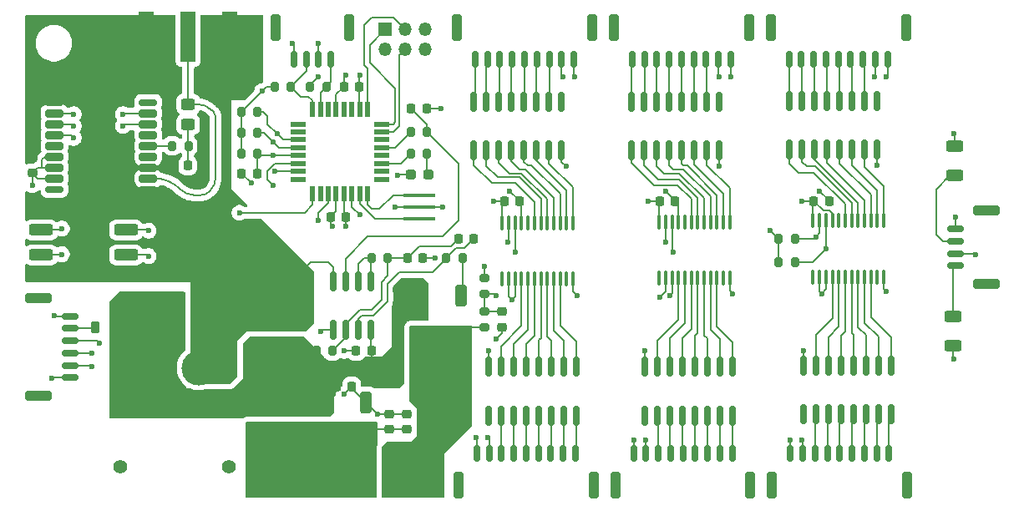
<source format=gtl>
%TF.GenerationSoftware,KiCad,Pcbnew,9.0.0*%
%TF.CreationDate,2025-06-26T17:33:30-04:00*%
%TF.ProjectId,gps-seven-seg-clock,6770732d-7365-4766-956e-2d7365672d63,rev?*%
%TF.SameCoordinates,Original*%
%TF.FileFunction,Copper,L1,Top*%
%TF.FilePolarity,Positive*%
%FSLAX46Y46*%
G04 Gerber Fmt 4.6, Leading zero omitted, Abs format (unit mm)*
G04 Created by KiCad (PCBNEW 9.0.0) date 2025-06-26 17:33:30*
%MOMM*%
%LPD*%
G01*
G04 APERTURE LIST*
G04 Aperture macros list*
%AMRoundRect*
0 Rectangle with rounded corners*
0 $1 Rounding radius*
0 $2 $3 $4 $5 $6 $7 $8 $9 X,Y pos of 4 corners*
0 Add a 4 corners polygon primitive as box body*
4,1,4,$2,$3,$4,$5,$6,$7,$8,$9,$2,$3,0*
0 Add four circle primitives for the rounded corners*
1,1,$1+$1,$2,$3*
1,1,$1+$1,$4,$5*
1,1,$1+$1,$6,$7*
1,1,$1+$1,$8,$9*
0 Add four rect primitives between the rounded corners*
20,1,$1+$1,$2,$3,$4,$5,0*
20,1,$1+$1,$4,$5,$6,$7,0*
20,1,$1+$1,$6,$7,$8,$9,0*
20,1,$1+$1,$8,$9,$2,$3,0*%
G04 Aperture macros list end*
%TA.AperFunction,SMDPad,CuDef*%
%ADD10RoundRect,0.250000X-0.350000X0.850000X-0.350000X-0.850000X0.350000X-0.850000X0.350000X0.850000X0*%
%TD*%
%TA.AperFunction,SMDPad,CuDef*%
%ADD11RoundRect,0.250000X-1.125000X1.275000X-1.125000X-1.275000X1.125000X-1.275000X1.125000X1.275000X0*%
%TD*%
%TA.AperFunction,SMDPad,CuDef*%
%ADD12RoundRect,0.249997X-2.650003X2.950003X-2.650003X-2.950003X2.650003X-2.950003X2.650003X2.950003X0*%
%TD*%
%TA.AperFunction,ComponentPad*%
%ADD13C,0.600000*%
%TD*%
%TA.AperFunction,SMDPad,CuDef*%
%ADD14R,4.699000X3.429000*%
%TD*%
%TA.AperFunction,SMDPad,CuDef*%
%ADD15RoundRect,0.150000X0.150000X-0.825000X0.150000X0.825000X-0.150000X0.825000X-0.150000X-0.825000X0*%
%TD*%
%TA.AperFunction,SMDPad,CuDef*%
%ADD16RoundRect,0.100000X0.100000X-0.637500X0.100000X0.637500X-0.100000X0.637500X-0.100000X-0.637500X0*%
%TD*%
%TA.AperFunction,SMDPad,CuDef*%
%ADD17RoundRect,0.150000X-0.150000X0.825000X-0.150000X-0.825000X0.150000X-0.825000X0.150000X0.825000X0*%
%TD*%
%TA.AperFunction,SMDPad,CuDef*%
%ADD18RoundRect,0.250000X-0.250000X-1.100000X0.250000X-1.100000X0.250000X1.100000X-0.250000X1.100000X0*%
%TD*%
%TA.AperFunction,SMDPad,CuDef*%
%ADD19RoundRect,0.150000X-0.150000X-0.700000X0.150000X-0.700000X0.150000X0.700000X-0.150000X0.700000X0*%
%TD*%
%TA.AperFunction,SMDPad,CuDef*%
%ADD20RoundRect,0.250000X0.250000X1.100000X-0.250000X1.100000X-0.250000X-1.100000X0.250000X-1.100000X0*%
%TD*%
%TA.AperFunction,SMDPad,CuDef*%
%ADD21RoundRect,0.150000X0.150000X0.700000X-0.150000X0.700000X-0.150000X-0.700000X0.150000X-0.700000X0*%
%TD*%
%TA.AperFunction,SMDPad,CuDef*%
%ADD22R,0.550000X1.600000*%
%TD*%
%TA.AperFunction,SMDPad,CuDef*%
%ADD23R,1.600000X0.550000*%
%TD*%
%TA.AperFunction,SMDPad,CuDef*%
%ADD24RoundRect,0.250000X0.625000X-0.312500X0.625000X0.312500X-0.625000X0.312500X-0.625000X-0.312500X0*%
%TD*%
%TA.AperFunction,SMDPad,CuDef*%
%ADD25RoundRect,0.250000X-0.625000X0.312500X-0.625000X-0.312500X0.625000X-0.312500X0.625000X0.312500X0*%
%TD*%
%TA.AperFunction,SMDPad,CuDef*%
%ADD26RoundRect,0.200000X-0.200000X-0.275000X0.200000X-0.275000X0.200000X0.275000X-0.200000X0.275000X0*%
%TD*%
%TA.AperFunction,SMDPad,CuDef*%
%ADD27RoundRect,0.150000X-0.700000X0.150000X-0.700000X-0.150000X0.700000X-0.150000X0.700000X0.150000X0*%
%TD*%
%TA.AperFunction,SMDPad,CuDef*%
%ADD28RoundRect,0.250000X-1.100000X0.250000X-1.100000X-0.250000X1.100000X-0.250000X1.100000X0.250000X0*%
%TD*%
%TA.AperFunction,ComponentPad*%
%ADD29C,1.400000*%
%TD*%
%TA.AperFunction,ComponentPad*%
%ADD30RoundRect,0.770000X0.980000X0.980000X-0.980000X0.980000X-0.980000X-0.980000X0.980000X-0.980000X0*%
%TD*%
%TA.AperFunction,ComponentPad*%
%ADD31C,3.500000*%
%TD*%
%TA.AperFunction,ComponentPad*%
%ADD32R,1.350000X1.350000*%
%TD*%
%TA.AperFunction,ComponentPad*%
%ADD33O,1.350000X1.350000*%
%TD*%
%TA.AperFunction,SMDPad,CuDef*%
%ADD34R,1.500000X5.080000*%
%TD*%
%TA.AperFunction,SMDPad,CuDef*%
%ADD35RoundRect,0.225000X-0.375000X0.225000X-0.375000X-0.225000X0.375000X-0.225000X0.375000X0.225000X0*%
%TD*%
%TA.AperFunction,SMDPad,CuDef*%
%ADD36RoundRect,0.237500X-0.287500X-0.237500X0.287500X-0.237500X0.287500X0.237500X-0.287500X0.237500X0*%
%TD*%
%TA.AperFunction,SMDPad,CuDef*%
%ADD37RoundRect,0.250000X-1.500000X-0.550000X1.500000X-0.550000X1.500000X0.550000X-1.500000X0.550000X0*%
%TD*%
%TA.AperFunction,SMDPad,CuDef*%
%ADD38RoundRect,0.225000X-0.225000X-0.250000X0.225000X-0.250000X0.225000X0.250000X-0.225000X0.250000X0*%
%TD*%
%TA.AperFunction,SMDPad,CuDef*%
%ADD39RoundRect,0.150000X0.700000X-0.150000X0.700000X0.150000X-0.700000X0.150000X-0.700000X-0.150000X0*%
%TD*%
%TA.AperFunction,SMDPad,CuDef*%
%ADD40RoundRect,0.250000X1.100000X-0.250000X1.100000X0.250000X-1.100000X0.250000X-1.100000X-0.250000X0*%
%TD*%
%TA.AperFunction,SMDPad,CuDef*%
%ADD41R,3.200000X0.400000*%
%TD*%
%TA.AperFunction,SMDPad,CuDef*%
%ADD42RoundRect,0.200000X0.275000X-0.200000X0.275000X0.200000X-0.275000X0.200000X-0.275000X-0.200000X0*%
%TD*%
%TA.AperFunction,SMDPad,CuDef*%
%ADD43RoundRect,0.200000X-0.275000X0.200000X-0.275000X-0.200000X0.275000X-0.200000X0.275000X0.200000X0*%
%TD*%
%TA.AperFunction,SMDPad,CuDef*%
%ADD44RoundRect,0.200000X0.200000X0.275000X-0.200000X0.275000X-0.200000X-0.275000X0.200000X-0.275000X0*%
%TD*%
%TA.AperFunction,SMDPad,CuDef*%
%ADD45RoundRect,0.225000X0.225000X0.250000X-0.225000X0.250000X-0.225000X-0.250000X0.225000X-0.250000X0*%
%TD*%
%TA.AperFunction,SMDPad,CuDef*%
%ADD46RoundRect,0.225000X-0.250000X0.225000X-0.250000X-0.225000X0.250000X-0.225000X0.250000X0.225000X0*%
%TD*%
%TA.AperFunction,SMDPad,CuDef*%
%ADD47RoundRect,0.225000X0.250000X-0.225000X0.250000X0.225000X-0.250000X0.225000X-0.250000X-0.225000X0*%
%TD*%
%TA.AperFunction,SMDPad,CuDef*%
%ADD48RoundRect,0.250000X0.970000X0.310000X-0.970000X0.310000X-0.970000X-0.310000X0.970000X-0.310000X0*%
%TD*%
%TA.AperFunction,SMDPad,CuDef*%
%ADD49RoundRect,0.250000X0.450000X-0.325000X0.450000X0.325000X-0.450000X0.325000X-0.450000X-0.325000X0*%
%TD*%
%TA.AperFunction,SMDPad,CuDef*%
%ADD50RoundRect,0.225000X0.225000X0.375000X-0.225000X0.375000X-0.225000X-0.375000X0.225000X-0.375000X0*%
%TD*%
%TA.AperFunction,SMDPad,CuDef*%
%ADD51RoundRect,0.175000X-0.725000X-0.175000X0.725000X-0.175000X0.725000X0.175000X-0.725000X0.175000X0*%
%TD*%
%TA.AperFunction,SMDPad,CuDef*%
%ADD52RoundRect,0.200000X-0.700000X-0.200000X0.700000X-0.200000X0.700000X0.200000X-0.700000X0.200000X0*%
%TD*%
%TA.AperFunction,ViaPad*%
%ADD53C,0.600000*%
%TD*%
%TA.AperFunction,Conductor*%
%ADD54C,0.200000*%
%TD*%
G04 APERTURE END LIST*
D10*
%TO.P,Q2,1,B*%
%TO.N,Net-(Q2-B)*%
X124680000Y-53960000D03*
D11*
%TO.P,Q2,2,C*%
%TO.N,VDD*%
X123925000Y-58585000D03*
X120875000Y-58585000D03*
D12*
X122400000Y-60260000D03*
D11*
X123925000Y-61935000D03*
X120875000Y-61935000D03*
D10*
%TO.P,Q2,3,E*%
%TO.N,+12V*%
X120120000Y-53960000D03*
%TD*%
D13*
%TO.P,TP4,1,1*%
%TO.N,+12V*%
X104000000Y-59600000D03*
X104000000Y-60600000D03*
X104000000Y-61600000D03*
X104500000Y-60100000D03*
X104500000Y-61100000D03*
X105000000Y-59600000D03*
X105000000Y-60600000D03*
X105000000Y-61600000D03*
X105485900Y-61098281D03*
X105500000Y-60100000D03*
X106000000Y-59600000D03*
X106000000Y-60600000D03*
D14*
X106000000Y-60600000D03*
D13*
X106000000Y-61600000D03*
X106500000Y-60100000D03*
X106500000Y-61100000D03*
X107000000Y-59600000D03*
X107000000Y-60600000D03*
X107000000Y-61600000D03*
X107500000Y-60100000D03*
X107500000Y-61100000D03*
X108000000Y-59600000D03*
X108000000Y-60600000D03*
X108000000Y-61600000D03*
%TD*%
%TO.P,TP3,1,1*%
%TO.N,+3.3V*%
X104000000Y-71200000D03*
X104000000Y-72200000D03*
X104000000Y-73200000D03*
X104500000Y-71700000D03*
X104500000Y-72700000D03*
X105000000Y-71200000D03*
X105000000Y-72200000D03*
X105000000Y-73200000D03*
X105485900Y-72698281D03*
X105500000Y-71700000D03*
X106000000Y-71200000D03*
X106000000Y-72200000D03*
D14*
X106000000Y-72200000D03*
D13*
X106000000Y-73200000D03*
X106500000Y-71700000D03*
X106500000Y-72700000D03*
X107000000Y-71200000D03*
X107000000Y-72200000D03*
X107000000Y-73200000D03*
X107500000Y-71700000D03*
X107500000Y-72700000D03*
X108000000Y-71200000D03*
X108000000Y-72200000D03*
X108000000Y-73200000D03*
%TD*%
%TO.P,TP2,1,1*%
%TO.N,GND*%
X104000000Y-53000000D03*
X104000000Y-54000000D03*
X104000000Y-55000000D03*
X104500000Y-53500000D03*
X104500000Y-54500000D03*
X105000000Y-53000000D03*
X105000000Y-54000000D03*
X105000000Y-55000000D03*
X105485900Y-54498281D03*
X105500000Y-53500000D03*
X106000000Y-53000000D03*
X106000000Y-54000000D03*
D14*
X106000000Y-54000000D03*
D13*
X106000000Y-55000000D03*
X106500000Y-53500000D03*
X106500000Y-54500000D03*
X107000000Y-53000000D03*
X107000000Y-54000000D03*
X107000000Y-55000000D03*
X107500000Y-53500000D03*
X107500000Y-54500000D03*
X108000000Y-53000000D03*
X108000000Y-54000000D03*
X108000000Y-55000000D03*
%TD*%
%TO.P,TP1,1,1*%
%TO.N,VDD*%
X118000000Y-71200000D03*
X118000000Y-72200000D03*
X118000000Y-73200000D03*
X118500000Y-71700000D03*
X118500000Y-72700000D03*
X119000000Y-71200000D03*
X119000000Y-72200000D03*
X119000000Y-73200000D03*
X119485900Y-72698281D03*
X119500000Y-71700000D03*
X120000000Y-71200000D03*
X120000000Y-72200000D03*
D14*
X120000000Y-72200000D03*
D13*
X120000000Y-73200000D03*
X120500000Y-71700000D03*
X120500000Y-72700000D03*
X121000000Y-71200000D03*
X121000000Y-72200000D03*
X121000000Y-73200000D03*
X121500000Y-71700000D03*
X121500000Y-72700000D03*
X122000000Y-71200000D03*
X122000000Y-72200000D03*
X122000000Y-73200000D03*
%TD*%
D15*
%TO.P,U13,16,O1*%
%TO.N,/G6*%
X141955000Y-34325000D03*
%TO.P,U13,15,O2*%
%TO.N,/F6*%
X143225000Y-34325000D03*
%TO.P,U13,14,O3*%
%TO.N,/E6*%
X144495000Y-34325000D03*
%TO.P,U13,13,O4*%
%TO.N,/D6*%
X145765000Y-34325000D03*
%TO.P,U13,12,O5*%
%TO.N,/C6*%
X147035000Y-34325000D03*
%TO.P,U13,11,O6*%
%TO.N,/B6*%
X148305000Y-34325000D03*
%TO.P,U13,10,O7*%
%TO.N,/A6*%
X149575000Y-34325000D03*
%TO.P,U13,9,COM*%
%TO.N,unconnected-(U13-COM-Pad9)*%
X150845000Y-34325000D03*
%TO.P,U13,8,GND*%
%TO.N,GND*%
X150845000Y-39275000D03*
%TO.P,U13,7,I7*%
%TO.N,Net-(U11-IO1_0)*%
X149575000Y-39275000D03*
%TO.P,U13,6,I6*%
%TO.N,Net-(U11-IO1_1)*%
X148305000Y-39275000D03*
%TO.P,U13,5,I5*%
%TO.N,Net-(U11-IO1_2)*%
X147035000Y-39275000D03*
%TO.P,U13,4,I4*%
%TO.N,Net-(U11-IO1_3)*%
X145765000Y-39275000D03*
%TO.P,U13,3,I3*%
%TO.N,Net-(U11-IO1_4)*%
X144495000Y-39275000D03*
%TO.P,U13,2,I2*%
%TO.N,Net-(U11-IO1_5)*%
X143225000Y-39275000D03*
%TO.P,U13,1,I1*%
%TO.N,Net-(U11-IO1_6)*%
X141955000Y-39275000D03*
%TD*%
D16*
%TO.P,U6,24,VDD*%
%TO.N,+3.3V*%
X160350000Y-46400000D03*
%TO.P,U6,23,SDA*%
%TO.N,/SDA1*%
X161000000Y-46400000D03*
%TO.P,U6,22,SCL*%
%TO.N,/SCL1*%
X161650000Y-46400000D03*
%TO.P,U6,21,A0*%
%TO.N,+3.3V*%
X162300000Y-46400000D03*
%TO.P,U6,20,IO1_7*%
%TO.N,unconnected-(U6-IO1_7-Pad20)*%
X162950000Y-46400000D03*
%TO.P,U6,19,IO1_6*%
%TO.N,Net-(U6-IO1_6)*%
X163600000Y-46400000D03*
%TO.P,U6,18,IO1_5*%
%TO.N,Net-(U6-IO1_5)*%
X164250000Y-46400000D03*
%TO.P,U6,17,IO1_4*%
%TO.N,Net-(U6-IO1_4)*%
X164900000Y-46400000D03*
%TO.P,U6,16,IO1_3*%
%TO.N,Net-(U6-IO1_3)*%
X165550000Y-46400000D03*
%TO.P,U6,15,IO1_2*%
%TO.N,Net-(U6-IO1_2)*%
X166200000Y-46400000D03*
%TO.P,U6,14,IO1_1*%
%TO.N,Net-(U6-IO1_1)*%
X166850000Y-46400000D03*
%TO.P,U6,13,IO1_0*%
%TO.N,Net-(U6-IO1_0)*%
X167500000Y-46400000D03*
%TO.P,U6,12,VSS*%
%TO.N,GND*%
X167500000Y-52125000D03*
%TO.P,U6,11,IO0_7*%
%TO.N,unconnected-(U6-IO0_7-Pad11)*%
X166850000Y-52125000D03*
%TO.P,U6,10,IO0_6*%
%TO.N,Net-(U6-IO0_6)*%
X166200000Y-52125000D03*
%TO.P,U6,9,IO0_5*%
%TO.N,Net-(U6-IO0_5)*%
X165550000Y-52125000D03*
%TO.P,U6,8,IO0_4*%
%TO.N,Net-(U6-IO0_4)*%
X164900000Y-52125000D03*
%TO.P,U6,7,IO0_3*%
%TO.N,Net-(U6-IO0_3)*%
X164250000Y-52125000D03*
%TO.P,U6,6,IO0_2*%
%TO.N,Net-(U6-IO0_2)*%
X163600000Y-52125000D03*
%TO.P,U6,5,IO0_1*%
%TO.N,Net-(U6-IO0_1)*%
X162950000Y-52125000D03*
%TO.P,U6,4,IO0_0*%
%TO.N,Net-(U6-IO0_0)*%
X162300000Y-52125000D03*
%TO.P,U6,3,A2*%
%TO.N,GND*%
X161650000Y-52125000D03*
%TO.P,U6,2,A1*%
X161000000Y-52125000D03*
%TO.P,U6,1,~{INT}*%
%TO.N,unconnected-(U6-~{INT}-Pad1)*%
X160350000Y-52125000D03*
%TD*%
D15*
%TO.P,U8,16,O1*%
%TO.N,/G4*%
X157955000Y-34225000D03*
%TO.P,U8,15,O2*%
%TO.N,/F4*%
X159225000Y-34225000D03*
%TO.P,U8,14,O3*%
%TO.N,/E4*%
X160495000Y-34225000D03*
%TO.P,U8,13,O4*%
%TO.N,/D4*%
X161765000Y-34225000D03*
%TO.P,U8,12,O5*%
%TO.N,/C4*%
X163035000Y-34225000D03*
%TO.P,U8,11,O6*%
%TO.N,/B4*%
X164305000Y-34225000D03*
%TO.P,U8,10,O7*%
%TO.N,/A4*%
X165575000Y-34225000D03*
%TO.P,U8,9,COM*%
%TO.N,unconnected-(U8-COM-Pad9)*%
X166845000Y-34225000D03*
%TO.P,U8,8,GND*%
%TO.N,GND*%
X166845000Y-39175000D03*
%TO.P,U8,7,I7*%
%TO.N,Net-(U6-IO1_0)*%
X165575000Y-39175000D03*
%TO.P,U8,6,I6*%
%TO.N,Net-(U6-IO1_1)*%
X164305000Y-39175000D03*
%TO.P,U8,5,I5*%
%TO.N,Net-(U6-IO1_2)*%
X163035000Y-39175000D03*
%TO.P,U8,4,I4*%
%TO.N,Net-(U6-IO1_3)*%
X161765000Y-39175000D03*
%TO.P,U8,3,I3*%
%TO.N,Net-(U6-IO1_4)*%
X160495000Y-39175000D03*
%TO.P,U8,2,I2*%
%TO.N,Net-(U6-IO1_5)*%
X159225000Y-39175000D03*
%TO.P,U8,1,I1*%
%TO.N,Net-(U6-IO1_6)*%
X157955000Y-39175000D03*
%TD*%
D17*
%TO.P,U12,16,O1*%
%TO.N,/G5*%
X152140000Y-66150000D03*
%TO.P,U12,15,O2*%
%TO.N,/F5*%
X150870000Y-66150000D03*
%TO.P,U12,14,O3*%
%TO.N,/E5*%
X149600000Y-66150000D03*
%TO.P,U12,13,O4*%
%TO.N,/D5*%
X148330000Y-66150000D03*
%TO.P,U12,12,O5*%
%TO.N,/C5*%
X147060000Y-66150000D03*
%TO.P,U12,11,O6*%
%TO.N,/B5*%
X145790000Y-66150000D03*
%TO.P,U12,10,O7*%
%TO.N,/A5*%
X144520000Y-66150000D03*
%TO.P,U12,9,COM*%
%TO.N,unconnected-(U12-COM-Pad9)*%
X143250000Y-66150000D03*
%TO.P,U12,8,GND*%
%TO.N,GND*%
X143250000Y-61200000D03*
%TO.P,U12,7,I7*%
%TO.N,Net-(U11-IO0_0)*%
X144520000Y-61200000D03*
%TO.P,U12,6,I6*%
%TO.N,Net-(U11-IO0_1)*%
X145790000Y-61200000D03*
%TO.P,U12,5,I5*%
%TO.N,Net-(U11-IO0_2)*%
X147060000Y-61200000D03*
%TO.P,U12,4,I4*%
%TO.N,Net-(U11-IO0_3)*%
X148330000Y-61200000D03*
%TO.P,U12,3,I3*%
%TO.N,Net-(U11-IO0_4)*%
X149600000Y-61200000D03*
%TO.P,U12,2,I2*%
%TO.N,Net-(U11-IO0_5)*%
X150870000Y-61200000D03*
%TO.P,U12,1,I1*%
%TO.N,Net-(U11-IO0_6)*%
X152140000Y-61200000D03*
%TD*%
D18*
%TO.P,J2,MP*%
%TO.N,N/C*%
X138100000Y-73200000D03*
X124400000Y-73200000D03*
D19*
%TO.P,J2,9,Pin_9*%
%TO.N,/G1*%
X136250000Y-70000000D03*
%TO.P,J2,8,Pin_8*%
%TO.N,/F1*%
X135000000Y-70000000D03*
%TO.P,J2,7,Pin_7*%
%TO.N,/E1*%
X133750000Y-70000000D03*
%TO.P,J2,6,Pin_6*%
%TO.N,/D1*%
X132500000Y-70000000D03*
%TO.P,J2,5,Pin_5*%
%TO.N,/C1*%
X131250000Y-70000000D03*
%TO.P,J2,4,Pin_4*%
%TO.N,/B1*%
X130000000Y-70000000D03*
%TO.P,J2,3,Pin_3*%
%TO.N,/A1*%
X128750000Y-70000000D03*
%TO.P,J2,2,Pin_2*%
%TO.N,VDD*%
X127500000Y-70000000D03*
%TO.P,J2,1,Pin_1*%
X126250000Y-70000000D03*
%TD*%
D20*
%TO.P,J3,MP*%
%TO.N,N/C*%
X124250000Y-26850000D03*
X137950000Y-26850000D03*
D21*
%TO.P,J3,9,Pin_9*%
%TO.N,/G2*%
X126100000Y-30050000D03*
%TO.P,J3,8,Pin_8*%
%TO.N,/F2*%
X127350000Y-30050000D03*
%TO.P,J3,7,Pin_7*%
%TO.N,/E2*%
X128600000Y-30050000D03*
%TO.P,J3,6,Pin_6*%
%TO.N,/D2*%
X129850000Y-30050000D03*
%TO.P,J3,5,Pin_5*%
%TO.N,/C2*%
X131100000Y-30050000D03*
%TO.P,J3,4,Pin_4*%
%TO.N,/B2*%
X132350000Y-30050000D03*
%TO.P,J3,3,Pin_3*%
%TO.N,/A2*%
X133600000Y-30050000D03*
%TO.P,J3,2,Pin_2*%
%TO.N,VDD*%
X134850000Y-30050000D03*
%TO.P,J3,1,Pin_1*%
X136100000Y-30050000D03*
%TD*%
D20*
%TO.P,J11,MP*%
%TO.N,N/C*%
X140150000Y-26850000D03*
X153850000Y-26850000D03*
D21*
%TO.P,J11,9,Pin_9*%
%TO.N,/G6*%
X142000000Y-30050000D03*
%TO.P,J11,8,Pin_8*%
%TO.N,/F6*%
X143250000Y-30050000D03*
%TO.P,J11,7,Pin_7*%
%TO.N,/E6*%
X144500000Y-30050000D03*
%TO.P,J11,6,Pin_6*%
%TO.N,/D6*%
X145750000Y-30050000D03*
%TO.P,J11,5,Pin_5*%
%TO.N,/C6*%
X147000000Y-30050000D03*
%TO.P,J11,4,Pin_4*%
%TO.N,/B6*%
X148250000Y-30050000D03*
%TO.P,J11,3,Pin_3*%
%TO.N,/A6*%
X149500000Y-30050000D03*
%TO.P,J11,2,Pin_2*%
%TO.N,VDD*%
X150750000Y-30050000D03*
%TO.P,J11,1,Pin_1*%
X152000000Y-30050000D03*
%TD*%
D18*
%TO.P,J10,MP*%
%TO.N,N/C*%
X154000000Y-73200000D03*
X140300000Y-73200000D03*
D19*
%TO.P,J10,9,Pin_9*%
%TO.N,/G5*%
X152150000Y-70000000D03*
%TO.P,J10,8,Pin_8*%
%TO.N,/F5*%
X150900000Y-70000000D03*
%TO.P,J10,7,Pin_7*%
%TO.N,/E5*%
X149650000Y-70000000D03*
%TO.P,J10,6,Pin_6*%
%TO.N,/D5*%
X148400000Y-70000000D03*
%TO.P,J10,5,Pin_5*%
%TO.N,/C5*%
X147150000Y-70000000D03*
%TO.P,J10,4,Pin_4*%
%TO.N,/B5*%
X145900000Y-70000000D03*
%TO.P,J10,3,Pin_3*%
%TO.N,/A5*%
X144650000Y-70000000D03*
%TO.P,J10,2,Pin_2*%
%TO.N,VDD*%
X143400000Y-70000000D03*
%TO.P,J10,1,Pin_1*%
X142150000Y-70000000D03*
%TD*%
D20*
%TO.P,J8,MP*%
%TO.N,N/C*%
X156050000Y-26850000D03*
X169750000Y-26850000D03*
D21*
%TO.P,J8,9,Pin_9*%
%TO.N,/G4*%
X157900000Y-30050000D03*
%TO.P,J8,8,Pin_8*%
%TO.N,/F4*%
X159150000Y-30050000D03*
%TO.P,J8,7,Pin_7*%
%TO.N,/E4*%
X160400000Y-30050000D03*
%TO.P,J8,6,Pin_6*%
%TO.N,/D4*%
X161650000Y-30050000D03*
%TO.P,J8,5,Pin_5*%
%TO.N,/C4*%
X162900000Y-30050000D03*
%TO.P,J8,4,Pin_4*%
%TO.N,/B4*%
X164150000Y-30050000D03*
%TO.P,J8,3,Pin_3*%
%TO.N,/A4*%
X165400000Y-30050000D03*
%TO.P,J8,2,Pin_2*%
%TO.N,VDD*%
X166650000Y-30050000D03*
%TO.P,J8,1,Pin_1*%
X167900000Y-30050000D03*
%TD*%
D17*
%TO.P,U3,16,O1*%
%TO.N,/G1*%
X136340000Y-66150000D03*
%TO.P,U3,15,O2*%
%TO.N,/F1*%
X135070000Y-66150000D03*
%TO.P,U3,14,O3*%
%TO.N,/E1*%
X133800000Y-66150000D03*
%TO.P,U3,13,O4*%
%TO.N,/D1*%
X132530000Y-66150000D03*
%TO.P,U3,12,O5*%
%TO.N,/C1*%
X131260000Y-66150000D03*
%TO.P,U3,11,O6*%
%TO.N,/B1*%
X129990000Y-66150000D03*
%TO.P,U3,10,O7*%
%TO.N,/A1*%
X128720000Y-66150000D03*
%TO.P,U3,9,COM*%
%TO.N,unconnected-(U3-COM-Pad9)*%
X127450000Y-66150000D03*
%TO.P,U3,8,GND*%
%TO.N,GND*%
X127450000Y-61200000D03*
%TO.P,U3,7,I7*%
%TO.N,Net-(U1-IO0_0)*%
X128720000Y-61200000D03*
%TO.P,U3,6,I6*%
%TO.N,Net-(U1-IO0_1)*%
X129990000Y-61200000D03*
%TO.P,U3,5,I5*%
%TO.N,Net-(U1-IO0_2)*%
X131260000Y-61200000D03*
%TO.P,U3,4,I4*%
%TO.N,Net-(U1-IO0_3)*%
X132530000Y-61200000D03*
%TO.P,U3,3,I3*%
%TO.N,Net-(U1-IO0_4)*%
X133800000Y-61200000D03*
%TO.P,U3,2,I2*%
%TO.N,Net-(U1-IO0_5)*%
X135070000Y-61200000D03*
%TO.P,U3,1,I1*%
%TO.N,Net-(U1-IO0_6)*%
X136340000Y-61200000D03*
%TD*%
%TO.P,U7,16,O1*%
%TO.N,/G3*%
X168240000Y-66050000D03*
%TO.P,U7,15,O2*%
%TO.N,/F3*%
X166970000Y-66050000D03*
%TO.P,U7,14,O3*%
%TO.N,/E3*%
X165700000Y-66050000D03*
%TO.P,U7,13,O4*%
%TO.N,/D3*%
X164430000Y-66050000D03*
%TO.P,U7,12,O5*%
%TO.N,/C3*%
X163160000Y-66050000D03*
%TO.P,U7,11,O6*%
%TO.N,/B3*%
X161890000Y-66050000D03*
%TO.P,U7,10,O7*%
%TO.N,/A3*%
X160620000Y-66050000D03*
%TO.P,U7,9,COM*%
%TO.N,unconnected-(U7-COM-Pad9)*%
X159350000Y-66050000D03*
%TO.P,U7,8,GND*%
%TO.N,GND*%
X159350000Y-61100000D03*
%TO.P,U7,7,I7*%
%TO.N,Net-(U6-IO0_0)*%
X160620000Y-61100000D03*
%TO.P,U7,6,I6*%
%TO.N,Net-(U6-IO0_1)*%
X161890000Y-61100000D03*
%TO.P,U7,5,I5*%
%TO.N,Net-(U6-IO0_2)*%
X163160000Y-61100000D03*
%TO.P,U7,4,I4*%
%TO.N,Net-(U6-IO0_3)*%
X164430000Y-61100000D03*
%TO.P,U7,3,I3*%
%TO.N,Net-(U6-IO0_4)*%
X165700000Y-61100000D03*
%TO.P,U7,2,I2*%
%TO.N,Net-(U6-IO0_5)*%
X166970000Y-61100000D03*
%TO.P,U7,1,I1*%
%TO.N,Net-(U6-IO0_6)*%
X168240000Y-61100000D03*
%TD*%
D16*
%TO.P,U11,24,VDD*%
%TO.N,+3.3V*%
X144750000Y-46500000D03*
%TO.P,U11,23,SDA*%
%TO.N,/SDA1*%
X145400000Y-46500000D03*
%TO.P,U11,22,SCL*%
%TO.N,/SCL1*%
X146050000Y-46500000D03*
%TO.P,U11,21,A0*%
%TO.N,GND*%
X146700000Y-46500000D03*
%TO.P,U11,20,IO1_7*%
%TO.N,unconnected-(U11-IO1_7-Pad20)*%
X147350000Y-46500000D03*
%TO.P,U11,19,IO1_6*%
%TO.N,Net-(U11-IO1_6)*%
X148000000Y-46500000D03*
%TO.P,U11,18,IO1_5*%
%TO.N,Net-(U11-IO1_5)*%
X148650000Y-46500000D03*
%TO.P,U11,17,IO1_4*%
%TO.N,Net-(U11-IO1_4)*%
X149300000Y-46500000D03*
%TO.P,U11,16,IO1_3*%
%TO.N,Net-(U11-IO1_3)*%
X149950000Y-46500000D03*
%TO.P,U11,15,IO1_2*%
%TO.N,Net-(U11-IO1_2)*%
X150600000Y-46500000D03*
%TO.P,U11,14,IO1_1*%
%TO.N,Net-(U11-IO1_1)*%
X151250000Y-46500000D03*
%TO.P,U11,13,IO1_0*%
%TO.N,Net-(U11-IO1_0)*%
X151900000Y-46500000D03*
%TO.P,U11,12,VSS*%
%TO.N,GND*%
X151900000Y-52225000D03*
%TO.P,U11,11,IO0_7*%
%TO.N,unconnected-(U11-IO0_7-Pad11)*%
X151250000Y-52225000D03*
%TO.P,U11,10,IO0_6*%
%TO.N,Net-(U11-IO0_6)*%
X150600000Y-52225000D03*
%TO.P,U11,9,IO0_5*%
%TO.N,Net-(U11-IO0_5)*%
X149950000Y-52225000D03*
%TO.P,U11,8,IO0_4*%
%TO.N,Net-(U11-IO0_4)*%
X149300000Y-52225000D03*
%TO.P,U11,7,IO0_3*%
%TO.N,Net-(U11-IO0_3)*%
X148650000Y-52225000D03*
%TO.P,U11,6,IO0_2*%
%TO.N,Net-(U11-IO0_2)*%
X148000000Y-52225000D03*
%TO.P,U11,5,IO0_1*%
%TO.N,Net-(U11-IO0_1)*%
X147350000Y-52225000D03*
%TO.P,U11,4,IO0_0*%
%TO.N,Net-(U11-IO0_0)*%
X146700000Y-52225000D03*
%TO.P,U11,3,A2*%
%TO.N,GND*%
X146050000Y-52225000D03*
%TO.P,U11,2,A1*%
%TO.N,+3.3V*%
X145400000Y-52225000D03*
%TO.P,U11,1,~{INT}*%
%TO.N,unconnected-(U11-~{INT}-Pad1)*%
X144750000Y-52225000D03*
%TD*%
%TO.P,U1,24,VDD*%
%TO.N,+3.3V*%
X128850000Y-46600000D03*
%TO.P,U1,23,SDA*%
%TO.N,/SDA1*%
X129500000Y-46600000D03*
%TO.P,U1,22,SCL*%
%TO.N,/SCL1*%
X130150000Y-46600000D03*
%TO.P,U1,21,A0*%
%TO.N,GND*%
X130800000Y-46600000D03*
%TO.P,U1,20,IO1_7*%
%TO.N,unconnected-(U1-IO1_7-Pad20)*%
X131450000Y-46600000D03*
%TO.P,U1,19,IO1_6*%
%TO.N,Net-(U1-IO1_6)*%
X132100000Y-46600000D03*
%TO.P,U1,18,IO1_5*%
%TO.N,Net-(U1-IO1_5)*%
X132750000Y-46600000D03*
%TO.P,U1,17,IO1_4*%
%TO.N,Net-(U1-IO1_4)*%
X133400000Y-46600000D03*
%TO.P,U1,16,IO1_3*%
%TO.N,Net-(U1-IO1_3)*%
X134050000Y-46600000D03*
%TO.P,U1,15,IO1_2*%
%TO.N,Net-(U1-IO1_2)*%
X134700000Y-46600000D03*
%TO.P,U1,14,IO1_1*%
%TO.N,Net-(U1-IO1_1)*%
X135350000Y-46600000D03*
%TO.P,U1,13,IO1_0*%
%TO.N,Net-(U1-IO1_0)*%
X136000000Y-46600000D03*
%TO.P,U1,12,VSS*%
%TO.N,GND*%
X136000000Y-52325000D03*
%TO.P,U1,11,IO0_7*%
%TO.N,unconnected-(U1-IO0_7-Pad11)*%
X135350000Y-52325000D03*
%TO.P,U1,10,IO0_6*%
%TO.N,Net-(U1-IO0_6)*%
X134700000Y-52325000D03*
%TO.P,U1,9,IO0_5*%
%TO.N,Net-(U1-IO0_5)*%
X134050000Y-52325000D03*
%TO.P,U1,8,IO0_4*%
%TO.N,Net-(U1-IO0_4)*%
X133400000Y-52325000D03*
%TO.P,U1,7,IO0_3*%
%TO.N,Net-(U1-IO0_3)*%
X132750000Y-52325000D03*
%TO.P,U1,6,IO0_2*%
%TO.N,Net-(U1-IO0_2)*%
X132100000Y-52325000D03*
%TO.P,U1,5,IO0_1*%
%TO.N,Net-(U1-IO0_1)*%
X131450000Y-52325000D03*
%TO.P,U1,4,IO0_0*%
%TO.N,Net-(U1-IO0_0)*%
X130800000Y-52325000D03*
%TO.P,U1,3,A2*%
%TO.N,GND*%
X130150000Y-52325000D03*
%TO.P,U1,2,A1*%
X129500000Y-52325000D03*
%TO.P,U1,1,~{INT}*%
%TO.N,unconnected-(U1-~{INT}-Pad1)*%
X128850000Y-52325000D03*
%TD*%
D15*
%TO.P,U4,16,O1*%
%TO.N,/G2*%
X125955000Y-34325000D03*
%TO.P,U4,15,O2*%
%TO.N,/F2*%
X127225000Y-34325000D03*
%TO.P,U4,14,O3*%
%TO.N,/E2*%
X128495000Y-34325000D03*
%TO.P,U4,13,O4*%
%TO.N,/D2*%
X129765000Y-34325000D03*
%TO.P,U4,12,O5*%
%TO.N,/C2*%
X131035000Y-34325000D03*
%TO.P,U4,11,O6*%
%TO.N,/B2*%
X132305000Y-34325000D03*
%TO.P,U4,10,O7*%
%TO.N,/A2*%
X133575000Y-34325000D03*
%TO.P,U4,9,COM*%
%TO.N,unconnected-(U4-COM-Pad9)*%
X134845000Y-34325000D03*
%TO.P,U4,8,GND*%
%TO.N,GND*%
X134845000Y-39275000D03*
%TO.P,U4,7,I7*%
%TO.N,Net-(U1-IO1_0)*%
X133575000Y-39275000D03*
%TO.P,U4,6,I6*%
%TO.N,Net-(U1-IO1_1)*%
X132305000Y-39275000D03*
%TO.P,U4,5,I5*%
%TO.N,Net-(U1-IO1_2)*%
X131035000Y-39275000D03*
%TO.P,U4,4,I4*%
%TO.N,Net-(U1-IO1_3)*%
X129765000Y-39275000D03*
%TO.P,U4,3,I3*%
%TO.N,Net-(U1-IO1_4)*%
X128495000Y-39275000D03*
%TO.P,U4,2,I2*%
%TO.N,Net-(U1-IO1_5)*%
X127225000Y-39275000D03*
%TO.P,U4,1,I1*%
%TO.N,Net-(U1-IO1_6)*%
X125955000Y-39275000D03*
%TD*%
D17*
%TO.P,U10,1*%
%TO.N,Net-(U10A--)*%
X115505000Y-52525000D03*
%TO.P,U10,2,-*%
X114235000Y-52525000D03*
%TO.P,U10,3,+*%
%TO.N,Net-(U10A-+)*%
X112965000Y-52525000D03*
%TO.P,U10,4,V-*%
%TO.N,GND*%
X111695000Y-52525000D03*
%TO.P,U10,5,+*%
%TO.N,Net-(U10B-+)*%
X111695000Y-57475000D03*
%TO.P,U10,6,-*%
%TO.N,Net-(U10B--)*%
X112965000Y-57475000D03*
%TO.P,U10,7*%
%TO.N,Net-(C17-Pad1)*%
X114235000Y-57475000D03*
%TO.P,U10,8,V+*%
%TO.N,+12V*%
X115505000Y-57475000D03*
%TD*%
D10*
%TO.P,U9,1,GND*%
%TO.N,GND*%
X115007500Y-64800000D03*
D11*
%TO.P,U9,2,VO*%
%TO.N,+3.3V*%
X114252500Y-69425000D03*
X111202500Y-69425000D03*
D12*
X112727500Y-71100000D03*
D11*
X114252500Y-72775000D03*
X111202500Y-72775000D03*
D10*
%TO.P,U9,3,VI*%
%TO.N,+12V*%
X110447500Y-64800000D03*
%TD*%
D22*
%TO.P,U5,1,PD3*%
%TO.N,/PPS*%
X109600000Y-43650000D03*
%TO.P,U5,2,PD4*%
%TO.N,unconnected-(U5-PD4-Pad2)*%
X110400000Y-43650000D03*
%TO.P,U5,3,PE0*%
%TO.N,/SDA1*%
X111200000Y-43650000D03*
%TO.P,U5,4,VCC*%
%TO.N,+3.3V*%
X112000000Y-43650000D03*
%TO.P,U5,5,GND*%
%TO.N,GND*%
X112800000Y-43650000D03*
%TO.P,U5,6,PE1*%
%TO.N,/SCL1*%
X113600000Y-43650000D03*
%TO.P,U5,7,XTAL1/PB6*%
%TO.N,Net-(U5-XTAL1{slash}PB6)*%
X114400000Y-43650000D03*
%TO.P,U5,8,XTAL2/PB7*%
%TO.N,Net-(U5-XTAL2{slash}PB7)*%
X115200000Y-43650000D03*
D23*
%TO.P,U5,9,PD5*%
%TO.N,unconnected-(U5-PD5-Pad9)*%
X116650000Y-42200000D03*
%TO.P,U5,10,PD6*%
%TO.N,unconnected-(U5-PD6-Pad10)*%
X116650000Y-41400000D03*
%TO.P,U5,11,PD7*%
%TO.N,/LED_INT*%
X116650000Y-40600000D03*
%TO.P,U5,12,PB0*%
%TO.N,unconnected-(U5-PB0-Pad12)*%
X116650000Y-39800000D03*
%TO.P,U5,13,PB1*%
%TO.N,/PWM9*%
X116650000Y-39000000D03*
%TO.P,U5,14,PB2*%
%TO.N,unconnected-(U5-PB2-Pad14)*%
X116650000Y-38200000D03*
%TO.P,U5,15,PB3*%
%TO.N,/MOSI*%
X116650000Y-37400000D03*
%TO.P,U5,16,PB4*%
%TO.N,/MISO*%
X116650000Y-36600000D03*
D22*
%TO.P,U5,17,PB5*%
%TO.N,/SCK*%
X115200000Y-35150000D03*
%TO.P,U5,18,AVCC*%
%TO.N,+3.3V*%
X114400000Y-35150000D03*
%TO.P,U5,19,PE2*%
%TO.N,unconnected-(U5-PE2-Pad19)*%
X113600000Y-35150000D03*
%TO.P,U5,20,AREF*%
%TO.N,unconnected-(U5-AREF-Pad20)*%
X112800000Y-35150000D03*
%TO.P,U5,21,GND*%
%TO.N,GND*%
X112000000Y-35150000D03*
%TO.P,U5,22,PE3*%
%TO.N,unconnected-(U5-PE3-Pad22)*%
X111200000Y-35150000D03*
%TO.P,U5,23,PC0*%
%TO.N,/ADC0*%
X110400000Y-35150000D03*
%TO.P,U5,24,PC1*%
%TO.N,/ADC1*%
X109600000Y-35150000D03*
D23*
%TO.P,U5,25,PC2*%
%TO.N,unconnected-(U5-PC2-Pad25)*%
X108150000Y-36600000D03*
%TO.P,U5,26,PC3*%
%TO.N,unconnected-(U5-PC3-Pad26)*%
X108150000Y-37400000D03*
%TO.P,U5,27,PC4*%
%TO.N,/SDA*%
X108150000Y-38200000D03*
%TO.P,U5,28,PC5*%
%TO.N,/SCL*%
X108150000Y-39000000D03*
%TO.P,U5,29,~{RESET}/PC6*%
%TO.N,/RESET*%
X108150000Y-39800000D03*
%TO.P,U5,30,PD0*%
%TO.N,/RX*%
X108150000Y-40600000D03*
%TO.P,U5,31,PD1*%
%TO.N,/TX*%
X108150000Y-41400000D03*
%TO.P,U5,32,PD2*%
%TO.N,unconnected-(U5-PD2-Pad32)*%
X108150000Y-42200000D03*
%TD*%
D24*
%TO.P,R17,1*%
%TO.N,VDD*%
X174530000Y-59042500D03*
%TO.P,R17,2*%
%TO.N,Net-(J12-Pin_1)*%
X174530000Y-56117500D03*
%TD*%
D25*
%TO.P,R13,1*%
%TO.N,VDD*%
X174660000Y-38847500D03*
%TO.P,R13,2*%
%TO.N,Net-(J12-Pin_3)*%
X174660000Y-41772500D03*
%TD*%
D26*
%TO.P,R4,1*%
%TO.N,+3.3V*%
X156855000Y-50590000D03*
%TO.P,R4,2*%
%TO.N,/SCL1*%
X158505000Y-50590000D03*
%TD*%
%TO.P,R2,1*%
%TO.N,+3.3V*%
X102375000Y-35400000D03*
%TO.P,R2,2*%
%TO.N,/SDA*%
X104025000Y-35400000D03*
%TD*%
%TO.P,R1,1*%
%TO.N,Net-(U2-VCC_RF)*%
X95375000Y-38800000D03*
%TO.P,R1,2*%
%TO.N,Net-(C3-Pad1)*%
X97025000Y-38800000D03*
%TD*%
D27*
%TO.P,J9,1,Pin_1*%
%TO.N,+3.3V*%
X85050000Y-56075000D03*
%TO.P,J9,2,Pin_2*%
%TO.N,Net-(D3-A)*%
X85050000Y-57325000D03*
%TO.P,J9,3,Pin_3*%
%TO.N,Net-(J9-Pin_3)*%
X85050000Y-58575000D03*
%TO.P,J9,4,Pin_4*%
%TO.N,/RX*%
X85050000Y-59825000D03*
%TO.P,J9,5,Pin_5*%
%TO.N,/TX*%
X85050000Y-61075000D03*
%TO.P,J9,6,Pin_6*%
%TO.N,GND*%
X85050000Y-62325000D03*
D28*
%TO.P,J9,MP*%
%TO.N,N/C*%
X81850000Y-54225000D03*
X81850000Y-64175000D03*
%TD*%
D19*
%TO.P,J7,1,Pin_1*%
%TO.N,VDD*%
X158050000Y-70000000D03*
%TO.P,J7,2,Pin_2*%
X159300000Y-70000000D03*
%TO.P,J7,3,Pin_3*%
%TO.N,/A3*%
X160550000Y-70000000D03*
%TO.P,J7,4,Pin_4*%
%TO.N,/B3*%
X161800000Y-70000000D03*
%TO.P,J7,5,Pin_5*%
%TO.N,/C3*%
X163050000Y-70000000D03*
%TO.P,J7,6,Pin_6*%
%TO.N,/D3*%
X164300000Y-70000000D03*
%TO.P,J7,7,Pin_7*%
%TO.N,/E3*%
X165550000Y-70000000D03*
%TO.P,J7,8,Pin_8*%
%TO.N,/F3*%
X166800000Y-70000000D03*
%TO.P,J7,9,Pin_9*%
%TO.N,/G3*%
X168050000Y-70000000D03*
D18*
%TO.P,J7,MP*%
%TO.N,N/C*%
X156200000Y-73200000D03*
X169900000Y-73200000D03*
%TD*%
D21*
%TO.P,J6,1,Pin_1*%
%TO.N,/ADC0*%
X111475000Y-30050000D03*
%TO.P,J6,2,Pin_2*%
%TO.N,GND*%
X110225000Y-30050000D03*
%TO.P,J6,3,Pin_3*%
%TO.N,/ADC1*%
X108975000Y-30050000D03*
%TO.P,J6,4,Pin_4*%
%TO.N,GND*%
X107725000Y-30050000D03*
D20*
%TO.P,J6,MP*%
%TO.N,N/C*%
X113325000Y-26850000D03*
X105875000Y-26850000D03*
%TD*%
D29*
%TO.P,J5,*%
%TO.N,*%
X101100000Y-71325000D03*
X90100000Y-71325000D03*
D30*
%TO.P,J5,1,Pin_1*%
%TO.N,+12V*%
X93100000Y-61325000D03*
D31*
%TO.P,J5,2,Pin_2*%
%TO.N,GND*%
X98100000Y-61325000D03*
%TD*%
D32*
%TO.P,J4,1,Pin_1*%
%TO.N,/MISO*%
X117000000Y-27000000D03*
D33*
%TO.P,J4,2,Pin_2*%
%TO.N,+3.3V*%
X117000000Y-29000000D03*
%TO.P,J4,3,Pin_3*%
%TO.N,/SCK*%
X119000000Y-27000000D03*
%TO.P,J4,4,Pin_4*%
%TO.N,/MOSI*%
X119000000Y-29000000D03*
%TO.P,J4,5,Pin_5*%
%TO.N,/RESET*%
X121000000Y-27000000D03*
%TO.P,J4,6,Pin_6*%
%TO.N,GND*%
X121000000Y-29000000D03*
%TD*%
D34*
%TO.P,J1,1,In*%
%TO.N,Net-(J1-In)*%
X97000000Y-27762500D03*
%TO.P,J1,2,Ext*%
%TO.N,GND*%
X92750000Y-27762500D03*
X101250000Y-27762500D03*
%TD*%
D35*
%TO.P,D2,1,K*%
%TO.N,+12V*%
X106000000Y-64550000D03*
%TO.P,D2,2,A*%
%TO.N,+3.3V*%
X106000000Y-67850000D03*
%TD*%
D36*
%TO.P,D1,1,K*%
%TO.N,GND*%
X119625000Y-41700000D03*
%TO.P,D1,2,A*%
%TO.N,Net-(D1-A)*%
X121375000Y-41700000D03*
%TD*%
D37*
%TO.P,C7,1*%
%TO.N,+12V*%
X94500000Y-55000000D03*
%TO.P,C7,2*%
%TO.N,GND*%
X99900000Y-55000000D03*
%TD*%
D38*
%TO.P,C6,1*%
%TO.N,+3.3V*%
X144825000Y-44400000D03*
%TO.P,C6,2*%
%TO.N,GND*%
X146375000Y-44400000D03*
%TD*%
D39*
%TO.P,J12,1,Pin_1*%
%TO.N,Net-(J12-Pin_1)*%
X174750000Y-50975000D03*
%TO.P,J12,2,Pin_2*%
%TO.N,GND*%
X174750000Y-49725000D03*
%TO.P,J12,3,Pin_3*%
%TO.N,Net-(J12-Pin_3)*%
X174750000Y-48475000D03*
%TO.P,J12,4,Pin_4*%
%TO.N,GND*%
X174750000Y-47225000D03*
D40*
%TO.P,J12,MP*%
%TO.N,N/C*%
X177950000Y-52825000D03*
X177950000Y-45375000D03*
%TD*%
D41*
%TO.P,Y1,1,1*%
%TO.N,Net-(U5-XTAL1{slash}PB6)*%
X120400000Y-46200000D03*
%TO.P,Y1,2,2*%
%TO.N,GND*%
X120400000Y-45000000D03*
%TO.P,Y1,3,3*%
%TO.N,Net-(U5-XTAL2{slash}PB7)*%
X120400000Y-43800000D03*
%TD*%
D42*
%TO.P,R16,1*%
%TO.N,Net-(U10B-+)*%
X127000000Y-53825000D03*
%TO.P,R16,2*%
%TO.N,GND*%
X127000000Y-52175000D03*
%TD*%
D43*
%TO.P,R15,1*%
%TO.N,Net-(U10B-+)*%
X127000000Y-55575000D03*
%TO.P,R15,2*%
%TO.N,VDD*%
X127000000Y-57225000D03*
%TD*%
D26*
%TO.P,R14,1*%
%TO.N,Net-(C17-Pad1)*%
X123175000Y-50200000D03*
%TO.P,R14,2*%
%TO.N,Net-(Q2-B)*%
X124825000Y-50200000D03*
%TD*%
D44*
%TO.P,R12,1*%
%TO.N,Net-(U10B--)*%
X111625000Y-59600000D03*
%TO.P,R12,2*%
%TO.N,+12V*%
X109975000Y-59600000D03*
%TD*%
D26*
%TO.P,R11,1*%
%TO.N,Net-(U10A--)*%
X115575000Y-50200000D03*
%TO.P,R11,2*%
%TO.N,Net-(U10B--)*%
X117225000Y-50200000D03*
%TD*%
%TO.P,R10,1*%
%TO.N,/PWM9*%
X119575000Y-37400000D03*
%TO.P,R10,2*%
%TO.N,Net-(U10A-+)*%
X121225000Y-37400000D03*
%TD*%
D44*
%TO.P,R9,1*%
%TO.N,/ADC1*%
X107425000Y-32800000D03*
%TO.P,R9,2*%
%TO.N,+3.3V*%
X105775000Y-32800000D03*
%TD*%
D45*
%TO.P,C17,1*%
%TO.N,Net-(C17-Pad1)*%
X125975000Y-48200000D03*
%TO.P,C17,2*%
%TO.N,Net-(U10B--)*%
X124425000Y-48200000D03*
%TD*%
D46*
%TO.P,C16,1*%
%TO.N,Net-(U10B-+)*%
X128800000Y-55625000D03*
%TO.P,C16,2*%
%TO.N,GND*%
X128800000Y-57175000D03*
%TD*%
D45*
%TO.P,C15,1*%
%TO.N,+12V*%
X115575000Y-59600000D03*
%TO.P,C15,2*%
%TO.N,GND*%
X114025000Y-59600000D03*
%TD*%
D38*
%TO.P,C14,1*%
%TO.N,Net-(U10B--)*%
X119225000Y-50200000D03*
%TO.P,C14,2*%
%TO.N,GND*%
X120775000Y-50200000D03*
%TD*%
%TO.P,C13,1*%
%TO.N,+3.3V*%
X160425000Y-44400000D03*
%TO.P,C13,2*%
%TO.N,GND*%
X161975000Y-44400000D03*
%TD*%
D47*
%TO.P,C12,1*%
%TO.N,+3.3V*%
X119200000Y-67575000D03*
%TO.P,C12,2*%
%TO.N,GND*%
X119200000Y-66025000D03*
%TD*%
%TO.P,C11,1*%
%TO.N,+3.3V*%
X117400000Y-67575000D03*
%TO.P,C11,2*%
%TO.N,GND*%
X117400000Y-66025000D03*
%TD*%
D45*
%TO.P,C10,1*%
%TO.N,/RESET*%
X103975000Y-41600000D03*
%TO.P,C10,2*%
%TO.N,Net-(J9-Pin_3)*%
X102425000Y-41600000D03*
%TD*%
D48*
%TO.P,SW1,1*%
%TO.N,/RX*%
X90705000Y-49870000D03*
%TO.P,SW1,2*%
%TO.N,/TX*%
X90705000Y-47330000D03*
%TO.P,SW1,3*%
%TO.N,/GPS_TX*%
X82095000Y-47330000D03*
%TO.P,SW1,4*%
%TO.N,/GPS_RX*%
X82095000Y-49870000D03*
%TD*%
D44*
%TO.P,R8,1*%
%TO.N,/ADC0*%
X111025000Y-32800000D03*
%TO.P,R8,2*%
%TO.N,+3.3V*%
X109375000Y-32800000D03*
%TD*%
D26*
%TO.P,R7,1*%
%TO.N,/LED_INT*%
X119575000Y-39600000D03*
%TO.P,R7,2*%
%TO.N,Net-(D1-A)*%
X121225000Y-39600000D03*
%TD*%
D44*
%TO.P,R6,1*%
%TO.N,/RESET*%
X104025000Y-39600000D03*
%TO.P,R6,2*%
%TO.N,+3.3V*%
X102375000Y-39600000D03*
%TD*%
D26*
%TO.P,R5,1*%
%TO.N,+3.3V*%
X156875000Y-48250000D03*
%TO.P,R5,2*%
%TO.N,/SDA1*%
X158525000Y-48250000D03*
%TD*%
%TO.P,R3,1*%
%TO.N,+3.3V*%
X102375000Y-37510000D03*
%TO.P,R3,2*%
%TO.N,/SCL*%
X104025000Y-37510000D03*
%TD*%
D49*
%TO.P,L1,1*%
%TO.N,Net-(C3-Pad1)*%
X97000000Y-36625000D03*
%TO.P,L1,2*%
%TO.N,Net-(J1-In)*%
X97000000Y-34575000D03*
%TD*%
D50*
%TO.P,D3,1,K*%
%TO.N,+12V*%
X90850000Y-57200000D03*
%TO.P,D3,2,A*%
%TO.N,Net-(D3-A)*%
X87550000Y-57200000D03*
%TD*%
D38*
%TO.P,C9,1*%
%TO.N,Net-(U10A-+)*%
X119625000Y-35000000D03*
%TO.P,C9,2*%
%TO.N,GND*%
X121175000Y-35000000D03*
%TD*%
%TO.P,C8,1*%
%TO.N,+12V*%
X112025000Y-63200000D03*
%TO.P,C8,2*%
%TO.N,GND*%
X113575000Y-63200000D03*
%TD*%
D45*
%TO.P,C5,1*%
%TO.N,+3.3V*%
X114375000Y-32800000D03*
%TO.P,C5,2*%
%TO.N,GND*%
X112825000Y-32800000D03*
%TD*%
D38*
%TO.P,C4,1*%
%TO.N,+3.3V*%
X111425000Y-46000000D03*
%TO.P,C4,2*%
%TO.N,GND*%
X112975000Y-46000000D03*
%TD*%
D45*
%TO.P,C3,1*%
%TO.N,Net-(C3-Pad1)*%
X96975000Y-40800000D03*
%TO.P,C3,2*%
%TO.N,GND*%
X95425000Y-40800000D03*
%TD*%
D47*
%TO.P,C2,1*%
%TO.N,+3.3V*%
X81200000Y-41575000D03*
%TO.P,C2,2*%
%TO.N,GND*%
X81200000Y-40025000D03*
%TD*%
D38*
%TO.P,C1,1*%
%TO.N,+3.3V*%
X129025000Y-44400000D03*
%TO.P,C1,2*%
%TO.N,GND*%
X130575000Y-44400000D03*
%TD*%
D51*
%TO.P,U2,1,GND*%
%TO.N,GND*%
X83450000Y-34400000D03*
D52*
%TO.P,U2,2,TXD*%
%TO.N,/GPS_TX*%
X83450000Y-35500000D03*
%TO.P,U2,3,RXD*%
%TO.N,/GPS_RX*%
X83450000Y-36600000D03*
%TO.P,U2,4,TIMEPULSE*%
%TO.N,/PPS*%
X83450000Y-37700000D03*
%TO.P,U2,5,EXTINT*%
%TO.N,unconnected-(U2-EXTINT-Pad5)*%
X83450000Y-38800000D03*
%TO.P,U2,6,V_BCKP*%
%TO.N,+3.3V*%
X83450000Y-39900000D03*
%TO.P,U2,7,VCC_IO*%
X83450000Y-41000000D03*
%TO.P,U2,8,VCC*%
X83450000Y-42100000D03*
D51*
%TO.P,U2,9,~{RESET}*%
%TO.N,unconnected-(U2-~{RESET}-Pad9)*%
X83450000Y-43200000D03*
%TO.P,U2,10,GND*%
%TO.N,GND*%
X92950000Y-43200000D03*
D52*
%TO.P,U2,11,RF_IN*%
%TO.N,Net-(J1-In)*%
X92950000Y-42100000D03*
%TO.P,U2,12,GND*%
%TO.N,GND*%
X92950000Y-41000000D03*
%TO.P,U2,13,LNA_EN*%
%TO.N,unconnected-(U2-LNA_EN-Pad13)*%
X92950000Y-39900000D03*
%TO.P,U2,14,VCC_RF*%
%TO.N,Net-(U2-VCC_RF)*%
X92950000Y-38800000D03*
%TO.P,U2,15,VIO_SEL*%
%TO.N,unconnected-(U2-VIO_SEL-Pad15)*%
X92950000Y-37700000D03*
%TO.P,U2,16,SDA*%
%TO.N,/SDA*%
X92950000Y-36600000D03*
%TO.P,U2,17,SCL*%
%TO.N,/SCL*%
X92950000Y-35500000D03*
D51*
%TO.P,U2,18,~{SAFEBOOT}*%
%TO.N,unconnected-(U2-~{SAFEBOOT}-Pad18)*%
X92950000Y-34400000D03*
%TD*%
D53*
%TO.N,+12V*%
X118800000Y-52600000D03*
X118000000Y-53400000D03*
X118000000Y-54800000D03*
X118400000Y-57200000D03*
X118400000Y-56400000D03*
X118800000Y-53400000D03*
X118800000Y-54800000D03*
X120800000Y-55600000D03*
X120000000Y-55600000D03*
X119200000Y-55600000D03*
X118400000Y-55600000D03*
%TO.N,GND*%
X122000000Y-50200000D03*
X161200000Y-53800000D03*
%TO.N,Net-(U10B-+)*%
X128200000Y-54000000D03*
X110400000Y-57600000D03*
%TO.N,GND*%
X127000000Y-51000000D03*
X128200000Y-58400000D03*
X112800000Y-59600000D03*
%TO.N,/SCL*%
X105600000Y-38400000D03*
%TO.N,/SDA*%
X106000000Y-37600000D03*
X90400000Y-36800000D03*
%TO.N,/SCL*%
X90400000Y-35600000D03*
%TO.N,GND*%
X91400000Y-43000000D03*
X91200000Y-42200000D03*
X91400000Y-41200000D03*
X112800000Y-64000000D03*
X116232500Y-66025000D03*
X81200000Y-39000000D03*
%TO.N,Net-(J9-Pin_3)*%
X88000000Y-58800000D03*
%TO.N,/RESET*%
X105600000Y-39800000D03*
%TO.N,/RX*%
X105600000Y-42800000D03*
%TO.N,/TX*%
X105800000Y-41400000D03*
%TO.N,GND*%
X98600000Y-26200000D03*
X98600000Y-27000000D03*
X98600000Y-27800000D03*
X98600000Y-29400000D03*
X98600000Y-30200000D03*
X98600000Y-28600000D03*
X95400000Y-26200000D03*
X95400000Y-27000000D03*
X95400000Y-27800000D03*
X95400000Y-28600000D03*
X95400000Y-29400000D03*
X95400000Y-30200000D03*
X94800000Y-37400000D03*
X95400000Y-36800000D03*
X98400000Y-35600000D03*
X98800000Y-36200000D03*
X98800000Y-37000000D03*
X98800000Y-37800000D03*
X98800000Y-38600000D03*
X98800000Y-39400000D03*
X98800000Y-40200000D03*
X98800000Y-41000000D03*
X98800000Y-41800000D03*
X98600000Y-42600000D03*
X97800000Y-42800000D03*
X97000000Y-42600000D03*
X96400000Y-42000000D03*
X95600000Y-41600000D03*
X94600000Y-41200000D03*
X94800000Y-43400000D03*
X95600000Y-44000000D03*
X96200000Y-44400000D03*
X97000000Y-44800000D03*
X98000000Y-44800000D03*
X99000000Y-44600000D03*
X99800000Y-44400000D03*
X100400000Y-43600000D03*
X100800000Y-42800000D03*
X100800000Y-42000000D03*
X100800000Y-41200000D03*
X100800000Y-40400000D03*
X100800000Y-39600000D03*
X100800000Y-38800000D03*
X100800000Y-38000000D03*
X100800000Y-37200000D03*
X100800000Y-36400000D03*
X100800000Y-35600000D03*
X100400000Y-34800000D03*
X99800000Y-34200000D03*
X99200000Y-33800000D03*
X95400000Y-36000000D03*
X95400000Y-35200000D03*
X95400000Y-34400000D03*
X98400000Y-33600000D03*
X95600000Y-33600000D03*
X96000000Y-32800000D03*
X98000000Y-32800000D03*
X98000000Y-32000000D03*
X96000000Y-32000000D03*
X98000000Y-31200000D03*
X96000000Y-31200000D03*
%TO.N,Net-(J9-Pin_3)*%
X103400000Y-42600000D03*
%TO.N,/TX*%
X93000000Y-47400000D03*
%TO.N,/RX*%
X93000000Y-50000000D03*
%TO.N,/TX*%
X87200000Y-61200000D03*
%TO.N,/RX*%
X87200000Y-59800000D03*
%TO.N,/SDA1*%
X145400000Y-48600000D03*
%TO.N,/SCL1*%
X146200000Y-49600000D03*
%TO.N,/SDA1*%
X129400000Y-48600000D03*
%TO.N,/SCL1*%
X130200000Y-49600000D03*
%TO.N,/SDA1*%
X160630000Y-48030000D03*
%TO.N,/SCL1*%
X161650000Y-49280000D03*
X114400000Y-45800000D03*
%TO.N,/SDA1*%
X110200000Y-46400000D03*
%TO.N,+3.3V*%
X156000000Y-47400000D03*
%TO.N,GND*%
X129600000Y-43400000D03*
%TO.N,+3.3V*%
X128000000Y-44400000D03*
X143600000Y-44400000D03*
X159200000Y-44400000D03*
%TO.N,GND*%
X161000000Y-43400000D03*
X145400000Y-43400000D03*
%TO.N,+3.3V*%
X144800000Y-54200000D03*
%TO.N,GND*%
X145800000Y-54000000D03*
X129800000Y-54400000D03*
%TO.N,VDD*%
X158000000Y-68600000D03*
X159200000Y-68600000D03*
X142200000Y-68600000D03*
X143400000Y-68600000D03*
X127400000Y-68400000D03*
X126200000Y-68400000D03*
%TO.N,GND*%
X167800000Y-53600000D03*
X152200000Y-53800000D03*
X136400000Y-54000000D03*
%TO.N,+3.3V*%
X83400000Y-56000000D03*
%TO.N,GND*%
X83200000Y-62400000D03*
X159350000Y-59600000D03*
X143250000Y-59600000D03*
X127450000Y-59600000D03*
X135300000Y-40900000D03*
X166845000Y-40800000D03*
X150845000Y-40845000D03*
%TO.N,VDD*%
X152000000Y-31800000D03*
X150800000Y-31800000D03*
X135000000Y-31800000D03*
X136200000Y-31800000D03*
X167800000Y-31800000D03*
X166600000Y-31800000D03*
%TO.N,/PPS*%
X102200000Y-45600000D03*
%TO.N,/GPS_RX*%
X84200000Y-49800000D03*
%TO.N,/GPS_TX*%
X84200000Y-47200000D03*
%TO.N,/PPS*%
X85400000Y-38000000D03*
%TO.N,/GPS_RX*%
X85400000Y-36800000D03*
%TO.N,/GPS_TX*%
X85400000Y-35600000D03*
%TO.N,+3.3V*%
X81200000Y-42800000D03*
%TO.N,GND*%
X122600000Y-35000000D03*
X118200000Y-41800000D03*
X118000000Y-45000000D03*
X122800000Y-45000000D03*
%TO.N,+3.3V*%
X111600000Y-47000000D03*
%TO.N,GND*%
X113000000Y-47000000D03*
X113000000Y-31600000D03*
%TO.N,+3.3V*%
X114400000Y-31600000D03*
X110200000Y-31800000D03*
X104487500Y-33287500D03*
%TO.N,GND*%
X107600000Y-28400000D03*
X110200000Y-28400000D03*
X176800000Y-49800000D03*
X174800000Y-46000000D03*
%TO.N,VDD*%
X174600000Y-37600000D03*
X174600000Y-60400000D03*
%TD*%
D54*
%TO.N,GND*%
X120775000Y-50200000D02*
X122000000Y-50200000D01*
X161650000Y-53350000D02*
X161200000Y-53800000D01*
X161650000Y-52125000D02*
X161650000Y-53350000D01*
X161000000Y-53600000D02*
X161200000Y-53800000D01*
X161000000Y-52125000D02*
X161000000Y-53600000D01*
%TO.N,+3.3V*%
X116025000Y-67575000D02*
X116000000Y-67600000D01*
X117400000Y-67575000D02*
X116025000Y-67575000D01*
X119200000Y-67575000D02*
X117400000Y-67575000D01*
%TO.N,/SDA1*%
X110200000Y-45600000D02*
X110200000Y-46400000D01*
X111200000Y-44600000D02*
X110200000Y-45600000D01*
X111200000Y-43650000D02*
X111200000Y-44600000D01*
%TO.N,Net-(U10B-+)*%
X128025000Y-53825000D02*
X128200000Y-54000000D01*
X127000000Y-53825000D02*
X128025000Y-53825000D01*
X110525000Y-57475000D02*
X110400000Y-57600000D01*
X111695000Y-57475000D02*
X110525000Y-57475000D01*
%TO.N,GND*%
X127000000Y-52175000D02*
X127000000Y-51000000D01*
X128800000Y-57800000D02*
X128200000Y-58400000D01*
X128800000Y-57175000D02*
X128800000Y-57800000D01*
%TO.N,VDD*%
X125285000Y-57225000D02*
X123925000Y-58585000D01*
X127000000Y-57225000D02*
X125285000Y-57225000D01*
%TO.N,Net-(U10B-+)*%
X127050000Y-55625000D02*
X127000000Y-55575000D01*
X128800000Y-55625000D02*
X127050000Y-55625000D01*
X127000000Y-55575000D02*
X127000000Y-53825000D01*
%TO.N,Net-(U10B--)*%
X112965000Y-58260000D02*
X112965000Y-57475000D01*
X111625000Y-59600000D02*
X112965000Y-58260000D01*
%TO.N,Net-(C17-Pad1)*%
X124175000Y-49200000D02*
X124975000Y-49200000D01*
X123175000Y-50200000D02*
X124175000Y-49200000D01*
X124975000Y-49200000D02*
X125975000Y-48200000D01*
%TO.N,Net-(U10B--)*%
X120425000Y-49000000D02*
X123625000Y-49000000D01*
X119225000Y-50200000D02*
X120425000Y-49000000D01*
X123625000Y-49000000D02*
X124425000Y-48200000D01*
%TO.N,GND*%
X109400000Y-50600000D02*
X108600000Y-51400000D01*
X110200000Y-50600000D02*
X109400000Y-50600000D01*
X111400000Y-50800000D02*
X111200000Y-50600000D01*
X111695000Y-51095000D02*
X111400000Y-50800000D01*
X111200000Y-50600000D02*
X110200000Y-50600000D01*
X111695000Y-52525000D02*
X111695000Y-51095000D01*
%TO.N,Net-(U10A-+)*%
X122800000Y-48000000D02*
X124400000Y-46400000D01*
X115200000Y-48000000D02*
X122800000Y-48000000D01*
X112965000Y-50235000D02*
X115200000Y-48000000D01*
X124400000Y-46400000D02*
X124400000Y-40575000D01*
X112965000Y-52525000D02*
X112965000Y-50235000D01*
X124400000Y-40575000D02*
X121225000Y-37400000D01*
%TO.N,Net-(U10A--)*%
X114235000Y-50765000D02*
X114800000Y-50200000D01*
X114800000Y-50200000D02*
X115575000Y-50200000D01*
X114235000Y-52525000D02*
X114235000Y-50765000D01*
%TO.N,Net-(C17-Pad1)*%
X121800000Y-51600000D02*
X123175000Y-50225000D01*
X118400000Y-51600000D02*
X121800000Y-51600000D01*
X117200000Y-52800000D02*
X118400000Y-51600000D01*
X117200000Y-54600000D02*
X117200000Y-52800000D01*
X115800000Y-56000000D02*
X117200000Y-54600000D01*
X123175000Y-50225000D02*
X123175000Y-50200000D01*
X114600000Y-56000000D02*
X115800000Y-56000000D01*
X114235000Y-56365000D02*
X114600000Y-56000000D01*
X114235000Y-57475000D02*
X114235000Y-56365000D01*
%TO.N,GND*%
X114025000Y-59600000D02*
X112800000Y-59600000D01*
%TO.N,+12V*%
X115575000Y-60625000D02*
X115400000Y-60800000D01*
X115575000Y-59600000D02*
X115575000Y-60625000D01*
X115505000Y-59530000D02*
X115575000Y-59600000D01*
X115505000Y-57475000D02*
X115505000Y-59530000D01*
%TO.N,Net-(U10B--)*%
X115600000Y-55400000D02*
X114400000Y-55400000D01*
X112965000Y-56835000D02*
X112965000Y-57475000D01*
X116600000Y-54400000D02*
X115600000Y-55400000D01*
X116600000Y-52600000D02*
X116600000Y-54400000D01*
X117225000Y-51975000D02*
X116600000Y-52600000D01*
X117225000Y-50200000D02*
X117225000Y-51975000D01*
X114400000Y-55400000D02*
X112965000Y-56835000D01*
%TO.N,Net-(U10A--)*%
X115505000Y-50270000D02*
X115575000Y-50200000D01*
X115505000Y-52525000D02*
X115505000Y-50270000D01*
%TO.N,Net-(U10B--)*%
X117225000Y-50200000D02*
X119225000Y-50200000D01*
%TO.N,Net-(Q2-B)*%
X124825000Y-53815000D02*
X124680000Y-53960000D01*
X124825000Y-50200000D02*
X124825000Y-53815000D01*
%TO.N,GND*%
X134845000Y-40445000D02*
X134845000Y-39275000D01*
X135300000Y-40900000D02*
X134845000Y-40445000D01*
X166845000Y-40800000D02*
X166845000Y-39175000D01*
X150845000Y-40845000D02*
X150845000Y-39275000D01*
X127450000Y-59600000D02*
X127450000Y-61200000D01*
X143250000Y-59600000D02*
X143250000Y-61200000D01*
X159350000Y-59600000D02*
X159350000Y-61100000D01*
%TO.N,Net-(J9-Pin_3)*%
X102425000Y-41625000D02*
X102425000Y-41600000D01*
X103400000Y-42600000D02*
X102425000Y-41625000D01*
%TO.N,/SCL*%
X104710000Y-37510000D02*
X105600000Y-38400000D01*
%TO.N,/SDA*%
X106000000Y-37600000D02*
X105000000Y-36600000D01*
X90600000Y-36600000D02*
X90400000Y-36800000D01*
X92950000Y-36600000D02*
X90600000Y-36600000D01*
%TO.N,/SCL*%
X90500000Y-35500000D02*
X90400000Y-35600000D01*
X92950000Y-35500000D02*
X90500000Y-35500000D01*
%TO.N,GND*%
X113575000Y-63225000D02*
X112800000Y-64000000D01*
X113575000Y-63200000D02*
X113575000Y-63225000D01*
X117400000Y-66025000D02*
X116232500Y-66025000D01*
X115007500Y-64800000D02*
X116232500Y-66025000D01*
X119200000Y-66025000D02*
X117400000Y-66025000D01*
X113575000Y-63367500D02*
X113575000Y-63200000D01*
X115007500Y-64800000D02*
X113575000Y-63367500D01*
%TO.N,Net-(J9-Pin_3)*%
X87775000Y-58575000D02*
X88000000Y-58800000D01*
X85050000Y-58575000D02*
X87775000Y-58575000D01*
%TO.N,/RESET*%
X108150000Y-39800000D02*
X105600000Y-39800000D01*
%TO.N,/RX*%
X105000000Y-42200000D02*
X105600000Y-42800000D01*
X105000000Y-41350057D02*
X105000000Y-42200000D01*
X105750057Y-40600000D02*
X105000000Y-41350057D01*
X108150000Y-40600000D02*
X105750057Y-40600000D01*
%TO.N,/TX*%
X105800000Y-41400000D02*
X108150000Y-41400000D01*
%TO.N,/PPS*%
X109600000Y-44800000D02*
X109600000Y-43650000D01*
X102200000Y-45600000D02*
X108800000Y-45600000D01*
X108800000Y-45600000D02*
X109600000Y-44800000D01*
%TO.N,/TX*%
X93000000Y-47400000D02*
X92930000Y-47330000D01*
X92930000Y-47330000D02*
X90705000Y-47330000D01*
%TO.N,/RX*%
X92870000Y-49870000D02*
X90705000Y-49870000D01*
X93000000Y-50000000D02*
X92870000Y-49870000D01*
%TO.N,/TX*%
X87075000Y-61075000D02*
X87200000Y-61200000D01*
X85050000Y-61075000D02*
X87075000Y-61075000D01*
%TO.N,/RX*%
X87175000Y-59825000D02*
X87200000Y-59800000D01*
X85050000Y-59825000D02*
X87175000Y-59825000D01*
%TO.N,/SDA1*%
X161000000Y-47660000D02*
X160630000Y-48030000D01*
X160410000Y-48250000D02*
X158525000Y-48250000D01*
X160630000Y-48030000D02*
X160410000Y-48250000D01*
X161000000Y-46400000D02*
X161000000Y-47660000D01*
X145400000Y-46500000D02*
X145400000Y-48600000D01*
%TO.N,/SCL1*%
X146050000Y-46500000D02*
X146050000Y-49450000D01*
X146050000Y-49450000D02*
X146200000Y-49600000D01*
%TO.N,/SDA1*%
X129500000Y-46600000D02*
X129500000Y-48500000D01*
X129500000Y-48500000D02*
X129400000Y-48600000D01*
%TO.N,/SCL1*%
X130150000Y-49550000D02*
X130200000Y-49600000D01*
X130150000Y-46600000D02*
X130150000Y-49550000D01*
X113600000Y-45000000D02*
X114400000Y-45800000D01*
X113600000Y-43650000D02*
X113600000Y-45000000D01*
%TO.N,+3.3V*%
X156850000Y-48250000D02*
X156000000Y-47400000D01*
X156875000Y-48250000D02*
X156850000Y-48250000D01*
%TO.N,GND*%
X130575000Y-44375000D02*
X129600000Y-43400000D01*
X130575000Y-44400000D02*
X130575000Y-44375000D01*
%TO.N,+3.3V*%
X129025000Y-44400000D02*
X128000000Y-44400000D01*
X144825000Y-44400000D02*
X143600000Y-44400000D01*
X160425000Y-44400000D02*
X159200000Y-44400000D01*
%TO.N,GND*%
X161975000Y-44375000D02*
X161000000Y-43400000D01*
X161975000Y-44400000D02*
X161975000Y-44375000D01*
X146375000Y-44375000D02*
X145400000Y-43400000D01*
X146375000Y-44400000D02*
X146375000Y-44375000D01*
%TO.N,+3.3V*%
X144800000Y-54150057D02*
X144800000Y-54200000D01*
X145400000Y-53550057D02*
X144800000Y-54150057D01*
X145400000Y-52225000D02*
X145400000Y-53550057D01*
%TO.N,GND*%
X146050000Y-53750000D02*
X145800000Y-54000000D01*
X146050000Y-52225000D02*
X146050000Y-53750000D01*
X129500000Y-54100000D02*
X129800000Y-54400000D01*
X129500000Y-52325000D02*
X129500000Y-54100000D01*
X130150000Y-54050000D02*
X129800000Y-54400000D01*
X130150000Y-52325000D02*
X130150000Y-54050000D01*
%TO.N,VDD*%
X158050000Y-68650000D02*
X158000000Y-68600000D01*
X158050000Y-70000000D02*
X158050000Y-68650000D01*
X159300000Y-68700000D02*
X159200000Y-68600000D01*
X159300000Y-70000000D02*
X159300000Y-68700000D01*
X142150000Y-68650000D02*
X142200000Y-68600000D01*
X142150000Y-70000000D02*
X142150000Y-68650000D01*
X143400000Y-70000000D02*
X143400000Y-68600000D01*
X127500000Y-68500000D02*
X127400000Y-68400000D01*
X127500000Y-70000000D02*
X127500000Y-68500000D01*
X126250000Y-68450000D02*
X126200000Y-68400000D01*
X126250000Y-70000000D02*
X126250000Y-68450000D01*
%TO.N,GND*%
X167500000Y-53300000D02*
X167800000Y-53600000D01*
X167500000Y-52125000D02*
X167500000Y-53300000D01*
X151900000Y-53500000D02*
X152200000Y-53800000D01*
X151900000Y-52225000D02*
X151900000Y-53500000D01*
X136000000Y-53600000D02*
X136400000Y-54000000D01*
X136000000Y-52325000D02*
X136000000Y-53600000D01*
%TO.N,Net-(D3-A)*%
X87425000Y-57325000D02*
X87550000Y-57200000D01*
X85050000Y-57325000D02*
X87425000Y-57325000D01*
%TO.N,+3.3V*%
X83475000Y-56075000D02*
X83400000Y-56000000D01*
X85050000Y-56075000D02*
X83475000Y-56075000D01*
%TO.N,GND*%
X83275000Y-62325000D02*
X83200000Y-62400000D01*
X85050000Y-62325000D02*
X83275000Y-62325000D01*
%TO.N,VDD*%
X152000000Y-30050000D02*
X152000000Y-31800000D01*
X150750000Y-31750000D02*
X150800000Y-31800000D01*
X150750000Y-30050000D02*
X150750000Y-31750000D01*
X134850000Y-31650000D02*
X135000000Y-31800000D01*
X134850000Y-30050000D02*
X134850000Y-31650000D01*
X136100000Y-31700000D02*
X136200000Y-31800000D01*
X136100000Y-30050000D02*
X136100000Y-31700000D01*
X167900000Y-31700000D02*
X167800000Y-31800000D01*
X167900000Y-30050000D02*
X167900000Y-31700000D01*
X166650000Y-31750000D02*
X166600000Y-31800000D01*
X166650000Y-30050000D02*
X166650000Y-31750000D01*
%TO.N,Net-(U11-IO1_5)*%
X143225000Y-40775000D02*
X143225000Y-39275000D01*
X144650000Y-42200000D02*
X143225000Y-40775000D01*
X146800000Y-42200000D02*
X144650000Y-42200000D01*
X148650000Y-44050000D02*
X146800000Y-42200000D01*
X148650000Y-46500000D02*
X148650000Y-44050000D01*
%TO.N,Net-(U11-IO1_4)*%
X149300000Y-44100000D02*
X149300000Y-46500000D01*
X145200000Y-41600000D02*
X146800000Y-41600000D01*
X144495000Y-39275000D02*
X144495000Y-40895000D01*
X144495000Y-40895000D02*
X145200000Y-41600000D01*
X146800000Y-41600000D02*
X149300000Y-44100000D01*
%TO.N,Net-(U11-IO1_3)*%
X145765000Y-40765000D02*
X145765000Y-39275000D01*
X147200000Y-41200000D02*
X146200000Y-41200000D01*
X149950000Y-46500000D02*
X149950000Y-43950000D01*
X149950000Y-43950000D02*
X147200000Y-41200000D01*
X146200000Y-41200000D02*
X145765000Y-40765000D01*
%TO.N,Net-(U11-IO1_6)*%
X148000000Y-44200000D02*
X148000000Y-46500000D01*
X144200000Y-42800000D02*
X146600000Y-42800000D01*
X141955000Y-40555000D02*
X144200000Y-42800000D01*
X146600000Y-42800000D02*
X148000000Y-44200000D01*
X141955000Y-39275000D02*
X141955000Y-40555000D01*
%TO.N,Net-(U11-IO1_1)*%
X148305000Y-40705000D02*
X148305000Y-39275000D01*
X151250000Y-43650000D02*
X148305000Y-40705000D01*
X151250000Y-46500000D02*
X151250000Y-43650000D01*
%TO.N,Net-(U11-IO1_0)*%
X149575000Y-40775000D02*
X149575000Y-39275000D01*
X151900000Y-43100000D02*
X149575000Y-40775000D01*
X151900000Y-46500000D02*
X151900000Y-43100000D01*
%TO.N,Net-(U1-IO1_6)*%
X132100000Y-44500000D02*
X132100000Y-46600000D01*
X127800000Y-42600000D02*
X130200000Y-42600000D01*
X130200000Y-42600000D02*
X132100000Y-44500000D01*
X125955000Y-40755000D02*
X127800000Y-42600000D01*
X125955000Y-39275000D02*
X125955000Y-40755000D01*
%TO.N,Net-(U1-IO1_5)*%
X130600000Y-42000000D02*
X128400000Y-42000000D01*
X128400000Y-42000000D02*
X127225000Y-40825000D01*
X132750000Y-44150000D02*
X130600000Y-42000000D01*
X132750000Y-46600000D02*
X132750000Y-44150000D01*
X127225000Y-40825000D02*
X127225000Y-39275000D01*
%TO.N,Net-(U1-IO1_4)*%
X129600000Y-41600000D02*
X130800000Y-41600000D01*
X128495000Y-40495000D02*
X129600000Y-41600000D01*
X130800000Y-41600000D02*
X133400000Y-44200000D01*
X133400000Y-44200000D02*
X133400000Y-46600000D01*
X128495000Y-39275000D02*
X128495000Y-40495000D01*
%TO.N,Net-(U1-IO1_3)*%
X129765000Y-40365000D02*
X129765000Y-39275000D01*
X130600000Y-41200000D02*
X129765000Y-40365000D01*
X131200000Y-41200000D02*
X130600000Y-41200000D01*
X134050000Y-44050000D02*
X131200000Y-41200000D01*
X134050000Y-46600000D02*
X134050000Y-44050000D01*
%TO.N,Net-(U1-IO1_2)*%
X131035000Y-40435000D02*
X131035000Y-39275000D01*
X131400000Y-40800000D02*
X131035000Y-40435000D01*
X131800000Y-40800000D02*
X131400000Y-40800000D01*
X134700000Y-43700000D02*
X131800000Y-40800000D01*
X134700000Y-46600000D02*
X134700000Y-43700000D01*
%TO.N,Net-(U1-IO1_1)*%
X132305000Y-40305000D02*
X132305000Y-39275000D01*
X135350000Y-43350000D02*
X132305000Y-40305000D01*
X135350000Y-46600000D02*
X135350000Y-43350000D01*
%TO.N,Net-(U1-IO1_0)*%
X133575000Y-40575000D02*
X133575000Y-39275000D01*
X136000000Y-43000000D02*
X133575000Y-40575000D01*
X136000000Y-46600000D02*
X136000000Y-43000000D01*
%TO.N,/GPS_RX*%
X84130000Y-49870000D02*
X84200000Y-49800000D01*
X82095000Y-49870000D02*
X84130000Y-49870000D01*
%TO.N,/GPS_TX*%
X84070000Y-47330000D02*
X84200000Y-47200000D01*
X82095000Y-47330000D02*
X84070000Y-47330000D01*
%TO.N,/PPS*%
X85100000Y-37700000D02*
X85400000Y-38000000D01*
X83450000Y-37700000D02*
X85100000Y-37700000D01*
%TO.N,/GPS_RX*%
X85200000Y-36600000D02*
X85400000Y-36800000D01*
X83450000Y-36600000D02*
X85200000Y-36600000D01*
%TO.N,/GPS_TX*%
X85300000Y-35500000D02*
X85400000Y-35600000D01*
X83450000Y-35500000D02*
X85300000Y-35500000D01*
%TO.N,+3.3V*%
X81200000Y-41575000D02*
X81200000Y-42800000D01*
X82200000Y-40200000D02*
X82200000Y-41000000D01*
X83450000Y-41000000D02*
X82200000Y-41000000D01*
X82500000Y-39900000D02*
X82200000Y-40200000D01*
X83450000Y-39900000D02*
X82500000Y-39900000D01*
X81775000Y-41000000D02*
X81200000Y-41575000D01*
X82200000Y-41000000D02*
X81775000Y-41000000D01*
X81725000Y-42100000D02*
X81200000Y-41575000D01*
X83450000Y-42100000D02*
X81725000Y-42100000D01*
%TO.N,GND*%
X121175000Y-35000000D02*
X122600000Y-35000000D01*
%TO.N,Net-(U10A-+)*%
X121225000Y-36600000D02*
X119625000Y-35000000D01*
X121225000Y-37400000D02*
X121225000Y-36600000D01*
%TO.N,/PWM9*%
X117975000Y-39000000D02*
X119575000Y-37400000D01*
X116650000Y-39000000D02*
X117975000Y-39000000D01*
%TO.N,GND*%
X118300000Y-41700000D02*
X118200000Y-41800000D01*
X119625000Y-41700000D02*
X118300000Y-41700000D01*
%TO.N,Net-(D1-A)*%
X121225000Y-41550000D02*
X121375000Y-41700000D01*
X121225000Y-39600000D02*
X121225000Y-41550000D01*
%TO.N,/LED_INT*%
X118575000Y-40600000D02*
X119575000Y-39600000D01*
X116650000Y-40600000D02*
X118575000Y-40600000D01*
%TO.N,GND*%
X120400000Y-45000000D02*
X118000000Y-45000000D01*
%TO.N,Net-(U5-XTAL2{slash}PB7)*%
X116400000Y-45200000D02*
X115600000Y-45200000D01*
X117800000Y-43800000D02*
X116400000Y-45200000D01*
X120400000Y-43800000D02*
X117800000Y-43800000D01*
%TO.N,GND*%
X120400000Y-45000000D02*
X122800000Y-45000000D01*
%TO.N,Net-(U5-XTAL2{slash}PB7)*%
X115200000Y-44800000D02*
X115600000Y-45200000D01*
X115200000Y-43650000D02*
X115200000Y-44800000D01*
X115600000Y-45200000D02*
X115800000Y-45200000D01*
%TO.N,Net-(U5-XTAL1{slash}PB6)*%
X114400000Y-44650000D02*
X115950000Y-46200000D01*
X115950000Y-46200000D02*
X120400000Y-46200000D01*
X114400000Y-43650000D02*
X114400000Y-44650000D01*
%TO.N,+3.3V*%
X111425000Y-46825000D02*
X111600000Y-47000000D01*
X111425000Y-46000000D02*
X111425000Y-46825000D01*
%TO.N,GND*%
X112975000Y-46975000D02*
X113000000Y-47000000D01*
X112975000Y-46000000D02*
X112975000Y-46975000D01*
X112800000Y-45825000D02*
X112975000Y-46000000D01*
X112800000Y-43650000D02*
X112800000Y-45825000D01*
%TO.N,+3.3V*%
X112000000Y-45425000D02*
X111425000Y-46000000D01*
X112000000Y-43650000D02*
X112000000Y-45425000D01*
%TO.N,GND*%
X112825000Y-31775000D02*
X113000000Y-31600000D01*
X112825000Y-32800000D02*
X112825000Y-31775000D01*
%TO.N,+3.3V*%
X114375000Y-31625000D02*
X114400000Y-31600000D01*
X114375000Y-32800000D02*
X114375000Y-31625000D01*
X109375000Y-32625000D02*
X110200000Y-31800000D01*
X109375000Y-32800000D02*
X109375000Y-32625000D01*
X104975000Y-32800000D02*
X104487500Y-33287500D01*
X105775000Y-32800000D02*
X104975000Y-32800000D01*
X102375000Y-35400000D02*
X104487500Y-33287500D01*
X102375000Y-35400000D02*
X102375000Y-39600000D01*
%TO.N,/SDA*%
X104600000Y-35400000D02*
X104025000Y-35400000D01*
X105000000Y-35800000D02*
X104600000Y-35400000D01*
X105000000Y-36600000D02*
X105000000Y-35800000D01*
X106600000Y-38200000D02*
X106000000Y-37600000D01*
X108150000Y-38200000D02*
X106600000Y-38200000D01*
%TO.N,/SCL*%
X106200000Y-39000000D02*
X108150000Y-39000000D01*
X105600000Y-38400000D02*
X106200000Y-39000000D01*
X104025000Y-37510000D02*
X104710000Y-37510000D01*
%TO.N,/RESET*%
X103975000Y-39650000D02*
X104025000Y-39600000D01*
X103975000Y-41600000D02*
X103975000Y-39650000D01*
X104225000Y-39800000D02*
X104025000Y-39600000D01*
X105600000Y-39800000D02*
X104225000Y-39800000D01*
%TO.N,/SCK*%
X117800000Y-25800000D02*
X119000000Y-27000000D01*
X115600000Y-25800000D02*
X117800000Y-25800000D01*
X114800000Y-30600000D02*
X114800000Y-26600000D01*
X114800000Y-26600000D02*
X115600000Y-25800000D01*
X115200000Y-31000000D02*
X114800000Y-30600000D01*
X115200000Y-35150000D02*
X115200000Y-31000000D01*
%TO.N,/MOSI*%
X118400000Y-36800000D02*
X118400000Y-29600000D01*
X117800000Y-37400000D02*
X118400000Y-36800000D01*
X118400000Y-29600000D02*
X119000000Y-29000000D01*
X116650000Y-37400000D02*
X117800000Y-37400000D01*
%TO.N,/MISO*%
X115400000Y-28600000D02*
X117000000Y-27000000D01*
X115400000Y-30400000D02*
X115400000Y-28600000D01*
X118000000Y-33000000D02*
X115400000Y-30400000D01*
X117800000Y-36600000D02*
X118000000Y-36400000D01*
X116650000Y-36600000D02*
X117800000Y-36600000D01*
X118000000Y-36400000D02*
X118000000Y-33000000D01*
%TO.N,GND*%
X107725000Y-28525000D02*
X107600000Y-28400000D01*
X107725000Y-30050000D02*
X107725000Y-28525000D01*
X110225000Y-28425000D02*
X110200000Y-28400000D01*
X110225000Y-30050000D02*
X110225000Y-28425000D01*
X112800000Y-32800000D02*
X112000000Y-33600000D01*
X112825000Y-32800000D02*
X112800000Y-32800000D01*
X112000000Y-35150000D02*
X112000000Y-33600000D01*
%TO.N,+3.3V*%
X114375000Y-35125000D02*
X114400000Y-35150000D01*
X114375000Y-32800000D02*
X114375000Y-35125000D01*
%TO.N,/ADC1*%
X109200000Y-33800000D02*
X109600000Y-34200000D01*
X109600000Y-34200000D02*
X109600000Y-35150000D01*
X108425000Y-33800000D02*
X109200000Y-33800000D01*
X107425000Y-32800000D02*
X108425000Y-33800000D01*
%TO.N,/ADC0*%
X110400000Y-33425000D02*
X111025000Y-32800000D01*
X110400000Y-35150000D02*
X110400000Y-33425000D01*
X111475000Y-32350000D02*
X111025000Y-32800000D01*
X111475000Y-30050000D02*
X111475000Y-32350000D01*
%TO.N,/ADC1*%
X108975000Y-31250000D02*
X107425000Y-32800000D01*
X108975000Y-30050000D02*
X108975000Y-31250000D01*
%TO.N,GND*%
X176725000Y-49725000D02*
X176800000Y-49800000D01*
X174750000Y-49725000D02*
X176725000Y-49725000D01*
X174750000Y-46050000D02*
X174800000Y-46000000D01*
X174750000Y-47225000D02*
X174750000Y-46050000D01*
%TO.N,VDD*%
X174660000Y-37660000D02*
X174600000Y-37600000D01*
X174660000Y-38847500D02*
X174660000Y-37660000D01*
X174530000Y-60330000D02*
X174600000Y-60400000D01*
X174530000Y-59042500D02*
X174530000Y-60330000D01*
%TO.N,Net-(J12-Pin_3)*%
X173475000Y-48475000D02*
X174750000Y-48475000D01*
X172800000Y-47800000D02*
X173475000Y-48475000D01*
X172800000Y-43200000D02*
X172800000Y-47800000D01*
X174227500Y-41772500D02*
X172800000Y-43200000D01*
X174660000Y-41772500D02*
X174227500Y-41772500D01*
%TO.N,Net-(J12-Pin_1)*%
X174530000Y-51195000D02*
X174750000Y-50975000D01*
X174530000Y-56117500D02*
X174530000Y-51195000D01*
%TO.N,Net-(J1-In)*%
X93544365Y-42100000D02*
X92950000Y-42100000D01*
X96234314Y-43234315D02*
X96200000Y-43200000D01*
X98234315Y-43800000D02*
X97600000Y-43800000D01*
X99800000Y-35882843D02*
X99800000Y-41951472D01*
X99400000Y-35200000D02*
X99600000Y-35400000D01*
X97000000Y-34575000D02*
X97891117Y-34575000D01*
X96200000Y-43200000D02*
G75*
G03*
X93544365Y-42100014I-2655600J-2655600D01*
G01*
X97600000Y-43800000D02*
G75*
G02*
X96234308Y-43234321I0J1931400D01*
G01*
X99200000Y-43400000D02*
G75*
G02*
X98234315Y-43800006I-965700J965700D01*
G01*
X99800000Y-41951472D02*
G75*
G02*
X99200008Y-43400008I-2048500J-28D01*
G01*
X99600000Y-35400000D02*
G75*
G02*
X99799953Y-35882843I-482900J-482800D01*
G01*
X97891117Y-34575000D02*
G75*
G02*
X99399995Y-35200005I-17J-2133900D01*
G01*
%TO.N,Net-(U2-VCC_RF)*%
X95375000Y-38800000D02*
X92950000Y-38800000D01*
%TO.N,Net-(C3-Pad1)*%
X97000000Y-40775000D02*
X96975000Y-40800000D01*
X97000000Y-36625000D02*
X97000000Y-40775000D01*
%TO.N,Net-(J1-In)*%
X97000000Y-34575000D02*
X97000000Y-27762500D01*
X92950000Y-42100000D02*
G75*
G03*
X93191421Y-42199991I241400J241400D01*
G01*
%TO.N,Net-(U6-IO1_6)*%
X160430000Y-41510000D02*
X163600000Y-44680000D01*
X163600000Y-44680000D02*
X163600000Y-46400000D01*
X158840000Y-41510000D02*
X160430000Y-41510000D01*
X157955000Y-40625000D02*
X158840000Y-41510000D01*
X157955000Y-39175000D02*
X157955000Y-40625000D01*
%TO.N,Net-(U6-IO1_5)*%
X159225000Y-40445000D02*
X159225000Y-39175000D01*
X159680000Y-40900000D02*
X159225000Y-40445000D01*
X160520000Y-40900000D02*
X159680000Y-40900000D01*
X164250000Y-44630000D02*
X160520000Y-40900000D01*
X164250000Y-46400000D02*
X164250000Y-44630000D01*
%TO.N,Net-(U6-IO1_4)*%
X164900000Y-44630000D02*
X160495000Y-40225000D01*
X164900000Y-46400000D02*
X164900000Y-44630000D01*
X160495000Y-40225000D02*
X160495000Y-39175000D01*
%TO.N,Net-(U6-IO1_3)*%
X165550000Y-44350000D02*
X161765000Y-40565000D01*
X165550000Y-46400000D02*
X165550000Y-44350000D01*
X161765000Y-40565000D02*
X161765000Y-39175000D01*
%TO.N,Net-(U6-IO1_2)*%
X163035000Y-40605000D02*
X163035000Y-39175000D01*
X166200000Y-43770000D02*
X163035000Y-40605000D01*
X166200000Y-46400000D02*
X166200000Y-43770000D01*
%TO.N,Net-(U6-IO1_1)*%
X164305000Y-40805000D02*
X164305000Y-39175000D01*
X166850000Y-43350000D02*
X164305000Y-40805000D01*
X166850000Y-46400000D02*
X166850000Y-43350000D01*
%TO.N,Net-(U6-IO1_0)*%
X165575000Y-40975000D02*
X165575000Y-39175000D01*
X167500000Y-42900000D02*
X165575000Y-40975000D01*
X167500000Y-46400000D02*
X167500000Y-42900000D01*
%TO.N,+3.3V*%
X156855000Y-48270000D02*
X156875000Y-48250000D01*
X156855000Y-50590000D02*
X156855000Y-48270000D01*
%TO.N,/SCL1*%
X161650000Y-49280000D02*
X161650000Y-46400000D01*
X160340000Y-50590000D02*
X161650000Y-49280000D01*
X158505000Y-50590000D02*
X160340000Y-50590000D01*
%TO.N,+3.3V*%
X161386500Y-45361500D02*
X160425000Y-44400000D01*
X162300000Y-45662501D02*
X161998999Y-45361500D01*
X161998999Y-45361500D02*
X161386500Y-45361500D01*
X162300000Y-46400000D02*
X162300000Y-45662501D01*
X160350000Y-46400000D02*
X160350000Y-44475000D01*
X160350000Y-44475000D02*
X160425000Y-44400000D01*
%TO.N,GND*%
X146700000Y-44725000D02*
X146375000Y-44400000D01*
X146700000Y-46500000D02*
X146700000Y-44725000D01*
%TO.N,+3.3V*%
X144750000Y-44475000D02*
X144825000Y-44400000D01*
X144750000Y-46500000D02*
X144750000Y-44475000D01*
X128850000Y-44575000D02*
X129025000Y-44400000D01*
X128850000Y-46600000D02*
X128850000Y-44575000D01*
%TO.N,GND*%
X130800000Y-44625000D02*
X130575000Y-44400000D01*
X130800000Y-46600000D02*
X130800000Y-44625000D01*
%TO.N,Net-(U1-IO0_6)*%
X134700000Y-57040000D02*
X134700000Y-52325000D01*
X136340000Y-58680000D02*
X134700000Y-57040000D01*
X136340000Y-61200000D02*
X136340000Y-58680000D01*
%TO.N,Net-(U1-IO0_5)*%
X134050000Y-57540000D02*
X134050000Y-52325000D01*
X135070000Y-58560000D02*
X134050000Y-57540000D01*
X135070000Y-61200000D02*
X135070000Y-58560000D01*
%TO.N,Net-(U1-IO0_4)*%
X133400000Y-58170000D02*
X133400000Y-52325000D01*
X133800000Y-58570000D02*
X133400000Y-58170000D01*
X133800000Y-61200000D02*
X133800000Y-58570000D01*
%TO.N,Net-(U1-IO0_3)*%
X132750000Y-58280000D02*
X132750000Y-52325000D01*
X132530000Y-58500000D02*
X132750000Y-58280000D01*
X132530000Y-61200000D02*
X132530000Y-58500000D01*
%TO.N,Net-(U1-IO0_2)*%
X132100000Y-58090000D02*
X132100000Y-52325000D01*
X131260000Y-58930000D02*
X132100000Y-58090000D01*
X131260000Y-61200000D02*
X131260000Y-58930000D01*
%TO.N,Net-(U1-IO0_1)*%
X131450000Y-57440000D02*
X131450000Y-52325000D01*
X129990000Y-58900000D02*
X131450000Y-57440000D01*
X129990000Y-61200000D02*
X129990000Y-58900000D01*
%TO.N,Net-(U1-IO0_0)*%
X130800000Y-57060000D02*
X130800000Y-52325000D01*
X128720000Y-59140000D02*
X130800000Y-57060000D01*
X128720000Y-61200000D02*
X128720000Y-59140000D01*
%TO.N,Net-(U11-IO0_6)*%
X150600000Y-57150000D02*
X150600000Y-52225000D01*
X152140000Y-58690000D02*
X150600000Y-57150000D01*
X152140000Y-61200000D02*
X152140000Y-58690000D01*
%TO.N,Net-(U11-IO0_5)*%
X150870000Y-58410000D02*
X149950000Y-57490000D01*
X149950000Y-57490000D02*
X149950000Y-52225000D01*
X150870000Y-61200000D02*
X150870000Y-58410000D01*
%TO.N,Net-(U11-IO0_4)*%
X149600000Y-58330000D02*
X149300000Y-58030000D01*
X149300000Y-58030000D02*
X149300000Y-52225000D01*
X149600000Y-61200000D02*
X149600000Y-58330000D01*
%TO.N,Net-(U11-IO0_3)*%
X148330000Y-58080000D02*
X148330000Y-61200000D01*
X148650000Y-57760000D02*
X148330000Y-58080000D01*
X148650000Y-52225000D02*
X148650000Y-57760000D01*
%TO.N,Net-(U11-IO0_2)*%
X148000000Y-57350000D02*
X148000000Y-52225000D01*
X147060000Y-58290000D02*
X148000000Y-57350000D01*
X147060000Y-61200000D02*
X147060000Y-58290000D01*
%TO.N,Net-(U11-IO0_1)*%
X145790000Y-58350000D02*
X145790000Y-61200000D01*
X147350000Y-52225000D02*
X147350000Y-56790000D01*
X147350000Y-56790000D02*
X145790000Y-58350000D01*
%TO.N,Net-(U11-IO0_0)*%
X144520000Y-58600000D02*
X146700000Y-56420000D01*
X146700000Y-56420000D02*
X146700000Y-52225000D01*
X144520000Y-61200000D02*
X144520000Y-58600000D01*
%TO.N,Net-(U6-IO0_3)*%
X164250000Y-57800000D02*
X164430000Y-57980000D01*
X164250000Y-52125000D02*
X164250000Y-57800000D01*
X164430000Y-57980000D02*
X164430000Y-61100000D01*
%TO.N,Net-(U6-IO0_6)*%
X168240000Y-58210000D02*
X166200000Y-56170000D01*
X168240000Y-61100000D02*
X168240000Y-58210000D01*
X166200000Y-56170000D02*
X166200000Y-52125000D01*
%TO.N,Net-(U6-IO0_5)*%
X166970000Y-58170000D02*
X166970000Y-61100000D01*
X165550000Y-56750000D02*
X166970000Y-58170000D01*
X165550000Y-52125000D02*
X165550000Y-56750000D01*
%TO.N,Net-(U6-IO0_4)*%
X164900000Y-57190000D02*
X164900000Y-52125000D01*
X165700000Y-57990000D02*
X164900000Y-57190000D01*
X165700000Y-61100000D02*
X165700000Y-57990000D01*
%TO.N,Net-(U6-IO0_1)*%
X162950000Y-57150000D02*
X162950000Y-52125000D01*
X161890000Y-58210000D02*
X162950000Y-57150000D01*
X161890000Y-61100000D02*
X161890000Y-58210000D01*
%TO.N,Net-(U6-IO0_2)*%
X163600000Y-57600000D02*
X163600000Y-52125000D01*
X163160000Y-58040000D02*
X163600000Y-57600000D01*
X163160000Y-61100000D02*
X163160000Y-58040000D01*
%TO.N,Net-(U6-IO0_0)*%
X162300000Y-56300000D02*
X162300000Y-52125000D01*
X160620000Y-57980000D02*
X162300000Y-56300000D01*
X160620000Y-61100000D02*
X160620000Y-57980000D01*
%TO.N,/G3*%
X168050000Y-70000000D02*
X168050000Y-66240000D01*
X168050000Y-66240000D02*
X168240000Y-66050000D01*
%TO.N,/F3*%
X166800000Y-66220000D02*
X166970000Y-66050000D01*
X166800000Y-70000000D02*
X166800000Y-66220000D01*
%TO.N,/E3*%
X165550000Y-66200000D02*
X165700000Y-66050000D01*
X165550000Y-70000000D02*
X165550000Y-66200000D01*
%TO.N,/D3*%
X164300000Y-66180000D02*
X164430000Y-66050000D01*
X164300000Y-70000000D02*
X164300000Y-66180000D01*
%TO.N,/C3*%
X163050000Y-70000000D02*
X163050000Y-66160000D01*
X163050000Y-66160000D02*
X163160000Y-66050000D01*
%TO.N,/B3*%
X161800000Y-66140000D02*
X161890000Y-66050000D01*
X161800000Y-70000000D02*
X161800000Y-66140000D01*
%TO.N,/A3*%
X160550000Y-66120000D02*
X160620000Y-66050000D01*
X160550000Y-70000000D02*
X160550000Y-66120000D01*
%TO.N,/A4*%
X165575000Y-30225000D02*
X165400000Y-30050000D01*
X165575000Y-34225000D02*
X165575000Y-30225000D01*
%TO.N,/B4*%
X164305000Y-30205000D02*
X164150000Y-30050000D01*
X164305000Y-34225000D02*
X164305000Y-30205000D01*
%TO.N,/C4*%
X163035000Y-30185000D02*
X162900000Y-30050000D01*
X163035000Y-34225000D02*
X163035000Y-30185000D01*
%TO.N,/D4*%
X161765000Y-30165000D02*
X161650000Y-30050000D01*
X161765000Y-34225000D02*
X161765000Y-30165000D01*
%TO.N,/E4*%
X160495000Y-30145000D02*
X160400000Y-30050000D01*
X160495000Y-34225000D02*
X160495000Y-30145000D01*
%TO.N,/F4*%
X159225000Y-30125000D02*
X159150000Y-30050000D01*
X159225000Y-34225000D02*
X159225000Y-30125000D01*
%TO.N,/G4*%
X157955000Y-30105000D02*
X157900000Y-30050000D01*
X157955000Y-34225000D02*
X157955000Y-30105000D01*
%TO.N,/A6*%
X149575000Y-34325000D02*
X149575000Y-30125000D01*
X149575000Y-30125000D02*
X149500000Y-30050000D01*
%TO.N,/B6*%
X148250000Y-34270000D02*
X148305000Y-34325000D01*
X148250000Y-30050000D02*
X148250000Y-34270000D01*
%TO.N,/C6*%
X147035000Y-30085000D02*
X147000000Y-30050000D01*
X147035000Y-34325000D02*
X147035000Y-30085000D01*
%TO.N,/D6*%
X145750000Y-34310000D02*
X145765000Y-34325000D01*
X145750000Y-30050000D02*
X145750000Y-34310000D01*
%TO.N,/E6*%
X144495000Y-30055000D02*
X144500000Y-30050000D01*
X144495000Y-34325000D02*
X144495000Y-30055000D01*
%TO.N,/F6*%
X143250000Y-34300000D02*
X143225000Y-34325000D01*
X143250000Y-30050000D02*
X143250000Y-34300000D01*
%TO.N,/G6*%
X141955000Y-30095000D02*
X142000000Y-30050000D01*
X141955000Y-34325000D02*
X141955000Y-30095000D01*
%TO.N,/A2*%
X133600000Y-34300000D02*
X133575000Y-34325000D01*
X133600000Y-30050000D02*
X133600000Y-34300000D01*
%TO.N,/B2*%
X132305000Y-34325000D02*
X132305000Y-30095000D01*
X132305000Y-30095000D02*
X132350000Y-30050000D01*
%TO.N,/C2*%
X131100000Y-34260000D02*
X131035000Y-34325000D01*
X131100000Y-30050000D02*
X131100000Y-34260000D01*
%TO.N,/D2*%
X129765000Y-34325000D02*
X129765000Y-30135000D01*
X129765000Y-30135000D02*
X129850000Y-30050000D01*
%TO.N,/E2*%
X128600000Y-34220000D02*
X128495000Y-34325000D01*
X128600000Y-30050000D02*
X128600000Y-34220000D01*
%TO.N,/F2*%
X127225000Y-30175000D02*
X127350000Y-30050000D01*
X127225000Y-34325000D02*
X127225000Y-30175000D01*
%TO.N,/G2*%
X126100000Y-34180000D02*
X125955000Y-34325000D01*
X126100000Y-30050000D02*
X126100000Y-34180000D01*
%TO.N,/G5*%
X152140000Y-69990000D02*
X152150000Y-70000000D01*
X152140000Y-66150000D02*
X152140000Y-69990000D01*
%TO.N,/F5*%
X150870000Y-69970000D02*
X150900000Y-70000000D01*
X150870000Y-66150000D02*
X150870000Y-69970000D01*
%TO.N,/E5*%
X149600000Y-69950000D02*
X149650000Y-70000000D01*
X149600000Y-66150000D02*
X149600000Y-69950000D01*
%TO.N,/D5*%
X148330000Y-69930000D02*
X148400000Y-70000000D01*
X148330000Y-66150000D02*
X148330000Y-69930000D01*
%TO.N,/C5*%
X147060000Y-69910000D02*
X147150000Y-70000000D01*
X147060000Y-66150000D02*
X147060000Y-69910000D01*
%TO.N,/B5*%
X145790000Y-69890000D02*
X145900000Y-70000000D01*
X145790000Y-66150000D02*
X145790000Y-69890000D01*
%TO.N,/A5*%
X144650000Y-70000000D02*
X144650000Y-66280000D01*
X144650000Y-66280000D02*
X144520000Y-66150000D01*
%TO.N,/G1*%
X136340000Y-69910000D02*
X136250000Y-70000000D01*
X136340000Y-66150000D02*
X136340000Y-69910000D01*
%TO.N,/F1*%
X135070000Y-69930000D02*
X135000000Y-70000000D01*
X135070000Y-66150000D02*
X135070000Y-69930000D01*
%TO.N,/E1*%
X133800000Y-69950000D02*
X133750000Y-70000000D01*
X133800000Y-66150000D02*
X133800000Y-69950000D01*
%TO.N,/D1*%
X132530000Y-69970000D02*
X132500000Y-70000000D01*
X132530000Y-66150000D02*
X132530000Y-69970000D01*
%TO.N,/C1*%
X131260000Y-66150000D02*
X131260000Y-69990000D01*
X131260000Y-69990000D02*
X131250000Y-70000000D01*
%TO.N,/B1*%
X129990000Y-69990000D02*
X130000000Y-70000000D01*
X129990000Y-66150000D02*
X129990000Y-69990000D01*
%TO.N,/A1*%
X128720000Y-69970000D02*
X128750000Y-70000000D01*
X128720000Y-66150000D02*
X128720000Y-69970000D01*
%TO.N,Net-(U11-IO1_2)*%
X147200000Y-40800000D02*
X147035000Y-40635000D01*
X147600000Y-40800000D02*
X147200000Y-40800000D01*
X147035000Y-40635000D02*
X147035000Y-39275000D01*
X150600000Y-43800000D02*
X147600000Y-40800000D01*
X150600000Y-46500000D02*
X150600000Y-43800000D01*
%TD*%
%TA.AperFunction,Conductor*%
%TO.N,+12V*%
G36*
X120816177Y-52220185D02*
G01*
X120836819Y-52236819D01*
X121363681Y-52763681D01*
X121397166Y-52825004D01*
X121400000Y-52851362D01*
X121400000Y-56370500D01*
X121380315Y-56437539D01*
X121327511Y-56483294D01*
X121276000Y-56494500D01*
X119651360Y-56494500D01*
X119597311Y-56497397D01*
X119597310Y-56497397D01*
X119570977Y-56500229D01*
X119570950Y-56500232D01*
X119517554Y-56508885D01*
X119517552Y-56508885D01*
X119382747Y-56559166D01*
X119382744Y-56559167D01*
X119382743Y-56559168D01*
X119335740Y-56584833D01*
X119276316Y-56600000D01*
X119200000Y-56600000D01*
X119200000Y-56633754D01*
X119180315Y-56700793D01*
X119163681Y-56721435D01*
X119078892Y-56806223D01*
X119078855Y-56806262D01*
X119042728Y-56846480D01*
X119042714Y-56846497D01*
X119026084Y-56867132D01*
X118994504Y-56910915D01*
X118994500Y-56910922D01*
X118993499Y-56913109D01*
X118993500Y-56913110D01*
X118989817Y-56921166D01*
X118971509Y-56949661D01*
X118948028Y-57012606D01*
X118946177Y-57016657D01*
X118946174Y-57016666D01*
X118934699Y-57041777D01*
X118926850Y-57068485D01*
X118926849Y-57068484D01*
X118925607Y-57072712D01*
X118921223Y-57084468D01*
X118918538Y-57096801D01*
X118917292Y-57101049D01*
X118917291Y-57101057D01*
X118914973Y-57108953D01*
X118914973Y-57108954D01*
X118894500Y-57251359D01*
X118894500Y-62854138D01*
X118874815Y-62921177D01*
X118858181Y-62941819D01*
X118436319Y-63363681D01*
X118374996Y-63397166D01*
X118348638Y-63400000D01*
X115920230Y-63400000D01*
X115853191Y-63380315D01*
X115832549Y-63363681D01*
X115826157Y-63357289D01*
X115826156Y-63357288D01*
X115733388Y-63300069D01*
X115676836Y-63265187D01*
X115676831Y-63265185D01*
X115675362Y-63264698D01*
X115510297Y-63210001D01*
X115510295Y-63210000D01*
X115407516Y-63199500D01*
X114649499Y-63199500D01*
X114582460Y-63179815D01*
X114536705Y-63127011D01*
X114525499Y-63075500D01*
X114525499Y-62901662D01*
X114525498Y-62901644D01*
X114515349Y-62802292D01*
X114515348Y-62802289D01*
X114462003Y-62641303D01*
X114461999Y-62641297D01*
X114461998Y-62641294D01*
X114372970Y-62496959D01*
X114372967Y-62496955D01*
X114253044Y-62377032D01*
X114253040Y-62377029D01*
X114108705Y-62288001D01*
X114108699Y-62287998D01*
X114108697Y-62287997D01*
X114108694Y-62287996D01*
X113947709Y-62234651D01*
X113848346Y-62224500D01*
X113301662Y-62224500D01*
X113301644Y-62224501D01*
X113202292Y-62234650D01*
X113202289Y-62234651D01*
X113041305Y-62287996D01*
X113041294Y-62288001D01*
X112896959Y-62377029D01*
X112896955Y-62377032D01*
X112777032Y-62496955D01*
X112777029Y-62496959D01*
X112688001Y-62641294D01*
X112687996Y-62641305D01*
X112634651Y-62802290D01*
X112624500Y-62901647D01*
X112624500Y-63123385D01*
X112604815Y-63190424D01*
X112552011Y-63236179D01*
X112547953Y-63237946D01*
X112420823Y-63290604D01*
X112420814Y-63290609D01*
X112289711Y-63378210D01*
X112289707Y-63378213D01*
X112178213Y-63489707D01*
X112178210Y-63489711D01*
X112090609Y-63620814D01*
X112090602Y-63620827D01*
X112030264Y-63766498D01*
X112030261Y-63766510D01*
X111999500Y-63921153D01*
X111999500Y-63949138D01*
X111979815Y-64016177D01*
X111963181Y-64036819D01*
X111800000Y-64199999D01*
X111800000Y-65748638D01*
X111780315Y-65815677D01*
X111763681Y-65836319D01*
X111341819Y-66258181D01*
X111280496Y-66291666D01*
X111254138Y-66294500D01*
X102924000Y-66294500D01*
X102923991Y-66294500D01*
X102923990Y-66294501D01*
X102816549Y-66306052D01*
X102816537Y-66306054D01*
X102765027Y-66317260D01*
X102662497Y-66351385D01*
X102662495Y-66351386D01*
X102617485Y-66380314D01*
X102550446Y-66400000D01*
X89124000Y-66400000D01*
X89056961Y-66380315D01*
X89011206Y-66327511D01*
X89000000Y-66276000D01*
X89000000Y-54651362D01*
X89019685Y-54584323D01*
X89036319Y-54563681D01*
X89963681Y-53636319D01*
X90025004Y-53602834D01*
X90051362Y-53600000D01*
X96570500Y-53600000D01*
X96637539Y-53619685D01*
X96683294Y-53672489D01*
X96694500Y-53724000D01*
X96694500Y-59505634D01*
X96674815Y-59572673D01*
X96645988Y-59604008D01*
X96612960Y-59629352D01*
X96612949Y-59629362D01*
X96404358Y-59837952D01*
X96404352Y-59837959D01*
X96224761Y-60072006D01*
X96077258Y-60327489D01*
X96077254Y-60327499D01*
X95964364Y-60600038D01*
X95964361Y-60600048D01*
X95888008Y-60885004D01*
X95888006Y-60885015D01*
X95849500Y-61177486D01*
X95849500Y-61472513D01*
X95881571Y-61716113D01*
X95888007Y-61764993D01*
X95888008Y-61764995D01*
X95964361Y-62049951D01*
X95964364Y-62049961D01*
X96077254Y-62322500D01*
X96077258Y-62322510D01*
X96224761Y-62577993D01*
X96404352Y-62812040D01*
X96404358Y-62812047D01*
X96612952Y-63020641D01*
X96612958Y-63020646D01*
X96751487Y-63126943D01*
X96792689Y-63183370D01*
X96800000Y-63225318D01*
X96800000Y-63400000D01*
X97203988Y-63400000D01*
X97251440Y-63409439D01*
X97375048Y-63460639D01*
X97660007Y-63536993D01*
X97952494Y-63575500D01*
X97952501Y-63575500D01*
X98247499Y-63575500D01*
X98247506Y-63575500D01*
X98539993Y-63536993D01*
X98641759Y-63509724D01*
X98673852Y-63505500D01*
X101148640Y-63505500D01*
X101158786Y-63504955D01*
X101202678Y-63502603D01*
X101202686Y-63502602D01*
X101202688Y-63502602D01*
X101202689Y-63502602D01*
X101209682Y-63501849D01*
X101229036Y-63499769D01*
X101229046Y-63499767D01*
X101229049Y-63499767D01*
X101238648Y-63498211D01*
X101282448Y-63491114D01*
X101417257Y-63440832D01*
X101464259Y-63415166D01*
X101523684Y-63400000D01*
X101600000Y-63400000D01*
X102600000Y-62400000D01*
X102600000Y-58851362D01*
X102619685Y-58784323D01*
X102636319Y-58763681D01*
X103258181Y-58141819D01*
X103319504Y-58108334D01*
X103345862Y-58105500D01*
X108654138Y-58105500D01*
X108721177Y-58125185D01*
X108741819Y-58141819D01*
X110796732Y-60196732D01*
X110815168Y-60220263D01*
X110869525Y-60310181D01*
X110869526Y-60310182D01*
X110869528Y-60310185D01*
X110989815Y-60430472D01*
X111135394Y-60518478D01*
X111297804Y-60569086D01*
X111368384Y-60575500D01*
X111368387Y-60575500D01*
X111881613Y-60575500D01*
X111881616Y-60575500D01*
X111952196Y-60569086D01*
X112114606Y-60518478D01*
X112260185Y-60430472D01*
X112334263Y-60356393D01*
X112395583Y-60322909D01*
X112465275Y-60327893D01*
X112469383Y-60329508D01*
X112566503Y-60369737D01*
X112721153Y-60400499D01*
X112721156Y-60400500D01*
X112721158Y-60400500D01*
X112878844Y-60400500D01*
X112878845Y-60400499D01*
X113033497Y-60369737D01*
X113140959Y-60325224D01*
X113210428Y-60317756D01*
X113272907Y-60349031D01*
X113276092Y-60352104D01*
X113346956Y-60422968D01*
X113346958Y-60422969D01*
X113346959Y-60422970D01*
X113491294Y-60511998D01*
X113491297Y-60511999D01*
X113491303Y-60512003D01*
X113652292Y-60565349D01*
X113751655Y-60575500D01*
X114298344Y-60575499D01*
X114298352Y-60575498D01*
X114298355Y-60575498D01*
X114361124Y-60569086D01*
X114397708Y-60565349D01*
X114558697Y-60512003D01*
X114703044Y-60422968D01*
X114822968Y-60303044D01*
X114850195Y-60258901D01*
X114902142Y-60212179D01*
X114955733Y-60200000D01*
X116600000Y-60200000D01*
X117600000Y-59200000D01*
X117600000Y-55100598D01*
X117619685Y-55033559D01*
X117622235Y-55029746D01*
X117628526Y-55020709D01*
X117680520Y-54968716D01*
X117754589Y-54840424D01*
X117759577Y-54831785D01*
X117800501Y-54679057D01*
X117800501Y-54520943D01*
X117800501Y-54513348D01*
X117800500Y-54513330D01*
X117800500Y-53100097D01*
X117820185Y-53033058D01*
X117836819Y-53012416D01*
X118612416Y-52236819D01*
X118673739Y-52203334D01*
X118700097Y-52200500D01*
X120749138Y-52200500D01*
X120816177Y-52220185D01*
G37*
%TD.AperFunction*%
%TD*%
%TA.AperFunction,Conductor*%
%TO.N,+3.3V*%
G36*
X116037440Y-66802382D02*
G01*
X116079396Y-66810728D01*
X116100192Y-66814865D01*
X116162103Y-66847250D01*
X116196677Y-66907966D01*
X116200000Y-66936482D01*
X116200000Y-69071861D01*
X116188794Y-69123374D01*
X116134663Y-69241899D01*
X116114976Y-69308944D01*
X116094500Y-69451363D01*
X116094500Y-74375500D01*
X116074815Y-74442539D01*
X116022011Y-74488294D01*
X115970500Y-74499500D01*
X102924000Y-74499500D01*
X102856961Y-74479815D01*
X102811206Y-74427011D01*
X102800000Y-74375500D01*
X102800000Y-66924000D01*
X102819685Y-66856961D01*
X102872489Y-66811206D01*
X102924000Y-66800000D01*
X116013251Y-66800000D01*
X116037440Y-66802382D01*
G37*
%TD.AperFunction*%
%TD*%
%TA.AperFunction,Conductor*%
%TO.N,GND*%
G36*
X95692539Y-25520185D02*
G01*
X95738294Y-25572989D01*
X95749500Y-25624500D01*
X95749500Y-30350370D01*
X95749501Y-30350376D01*
X95755908Y-30409983D01*
X95806202Y-30544828D01*
X95806206Y-30544835D01*
X95892452Y-30660044D01*
X95892455Y-30660047D01*
X96007664Y-30746293D01*
X96007671Y-30746297D01*
X96052618Y-30763061D01*
X96142517Y-30796591D01*
X96202127Y-30803000D01*
X96275500Y-30802999D01*
X96342538Y-30822683D01*
X96388294Y-30875486D01*
X96399500Y-30926999D01*
X96399500Y-33419699D01*
X96379815Y-33486738D01*
X96327011Y-33532493D01*
X96314507Y-33537403D01*
X96281962Y-33548188D01*
X96230668Y-33565185D01*
X96230663Y-33565187D01*
X96081342Y-33657289D01*
X95957289Y-33781342D01*
X95865187Y-33930663D01*
X95865186Y-33930666D01*
X95810001Y-34097203D01*
X95810001Y-34097204D01*
X95810000Y-34097204D01*
X95799500Y-34199983D01*
X95799500Y-34950001D01*
X95799501Y-34950019D01*
X95810000Y-35052796D01*
X95810001Y-35052799D01*
X95865185Y-35219331D01*
X95865187Y-35219336D01*
X95878052Y-35240194D01*
X95957287Y-35368655D01*
X95957289Y-35368657D01*
X96081346Y-35492714D01*
X96084182Y-35494463D01*
X96085717Y-35496170D01*
X96087011Y-35497193D01*
X96086836Y-35497414D01*
X96130905Y-35546411D01*
X96142126Y-35615374D01*
X96114282Y-35679456D01*
X96084182Y-35705537D01*
X96081346Y-35707285D01*
X95957289Y-35831342D01*
X95865187Y-35980663D01*
X95865185Y-35980668D01*
X95843337Y-36046601D01*
X95810001Y-36147203D01*
X95810001Y-36147204D01*
X95810000Y-36147204D01*
X95799500Y-36249983D01*
X95799500Y-37000001D01*
X95799501Y-37000019D01*
X95810000Y-37102796D01*
X95810001Y-37102799D01*
X95865185Y-37269331D01*
X95865187Y-37269336D01*
X95893352Y-37314999D01*
X95957288Y-37418656D01*
X96081344Y-37542712D01*
X96230666Y-37634814D01*
X96314505Y-37662595D01*
X96334535Y-37676463D01*
X96356703Y-37686587D01*
X96362751Y-37695998D01*
X96371948Y-37702366D01*
X96381302Y-37724864D01*
X96394477Y-37745365D01*
X96396935Y-37762465D01*
X96398772Y-37766882D01*
X96399500Y-37780300D01*
X96399500Y-37908480D01*
X96379815Y-37975519D01*
X96363181Y-37996161D01*
X96287681Y-38071661D01*
X96226358Y-38105146D01*
X96156666Y-38100162D01*
X96112319Y-38071661D01*
X96010188Y-37969530D01*
X96008841Y-37968716D01*
X95864606Y-37881522D01*
X95702196Y-37830914D01*
X95702194Y-37830913D01*
X95702192Y-37830913D01*
X95652778Y-37826423D01*
X95631616Y-37824500D01*
X95118384Y-37824500D01*
X95099145Y-37826248D01*
X95047807Y-37830913D01*
X94885393Y-37881522D01*
X94739811Y-37969530D01*
X94619530Y-38089811D01*
X94589402Y-38139650D01*
X94581467Y-38146916D01*
X94576998Y-38156703D01*
X94556150Y-38170100D01*
X94537874Y-38186838D01*
X94525719Y-38189657D01*
X94518220Y-38194477D01*
X94483285Y-38199500D01*
X94458914Y-38199500D01*
X94391875Y-38179815D01*
X94346120Y-38127011D01*
X94336176Y-38057853D01*
X94340526Y-38038619D01*
X94344086Y-38027196D01*
X94350500Y-37956616D01*
X94350500Y-37443384D01*
X94344086Y-37372804D01*
X94293478Y-37210394D01*
X94293475Y-37210389D01*
X94290400Y-37203555D01*
X94292680Y-37202528D01*
X94277912Y-37146601D01*
X94292377Y-37097334D01*
X94290400Y-37096445D01*
X94293475Y-37089611D01*
X94293478Y-37089606D01*
X94344086Y-36927196D01*
X94350500Y-36856616D01*
X94350500Y-36343384D01*
X94344086Y-36272804D01*
X94293478Y-36110394D01*
X94293475Y-36110389D01*
X94290400Y-36103555D01*
X94292680Y-36102528D01*
X94277912Y-36046601D01*
X94292377Y-35997334D01*
X94290400Y-35996445D01*
X94293475Y-35989611D01*
X94293478Y-35989606D01*
X94344086Y-35827196D01*
X94350500Y-35756616D01*
X94350500Y-35243384D01*
X94344086Y-35172804D01*
X94293478Y-35010394D01*
X94286084Y-34998164D01*
X94268248Y-34930611D01*
X94286087Y-34869860D01*
X94287295Y-34867862D01*
X94295512Y-34854270D01*
X94344315Y-34697657D01*
X94350500Y-34629594D01*
X94350500Y-34170406D01*
X94344315Y-34102343D01*
X94295512Y-33945730D01*
X94295511Y-33945727D01*
X94210651Y-33805351D01*
X94210648Y-33805347D01*
X94094652Y-33689351D01*
X94094648Y-33689348D01*
X93954272Y-33604488D01*
X93954263Y-33604485D01*
X93797664Y-33555687D01*
X93797662Y-33555686D01*
X93797657Y-33555685D01*
X93729594Y-33549500D01*
X92170406Y-33549500D01*
X92102343Y-33555685D01*
X92102339Y-33555686D01*
X92102335Y-33555687D01*
X91945736Y-33604485D01*
X91945727Y-33604488D01*
X91805351Y-33689348D01*
X91805347Y-33689351D01*
X91689351Y-33805347D01*
X91689348Y-33805351D01*
X91604488Y-33945727D01*
X91604485Y-33945736D01*
X91557286Y-34097204D01*
X91555685Y-34102343D01*
X91549500Y-34170406D01*
X91549500Y-34629594D01*
X91555685Y-34697657D01*
X91555686Y-34697662D01*
X91555687Y-34697664D01*
X91568446Y-34738610D01*
X91569598Y-34808470D01*
X91532797Y-34867862D01*
X91469728Y-34897930D01*
X91450061Y-34899500D01*
X90825316Y-34899500D01*
X90777864Y-34890061D01*
X90633501Y-34830264D01*
X90633489Y-34830261D01*
X90478845Y-34799500D01*
X90478842Y-34799500D01*
X90321158Y-34799500D01*
X90321155Y-34799500D01*
X90166510Y-34830261D01*
X90166498Y-34830264D01*
X90020827Y-34890602D01*
X90020814Y-34890609D01*
X89889711Y-34978210D01*
X89889707Y-34978213D01*
X89778213Y-35089707D01*
X89778210Y-35089711D01*
X89690609Y-35220814D01*
X89690602Y-35220827D01*
X89630264Y-35366498D01*
X89630261Y-35366510D01*
X89599500Y-35521153D01*
X89599500Y-35678846D01*
X89630261Y-35833489D01*
X89630264Y-35833501D01*
X89690602Y-35979172D01*
X89690609Y-35979185D01*
X89778210Y-36110288D01*
X89778213Y-36110292D01*
X89780240Y-36112319D01*
X89780962Y-36113642D01*
X89782076Y-36114999D01*
X89781818Y-36115210D01*
X89813725Y-36173642D01*
X89808741Y-36243334D01*
X89782001Y-36284939D01*
X89782076Y-36285001D01*
X89781552Y-36285639D01*
X89780240Y-36287681D01*
X89778213Y-36289707D01*
X89778210Y-36289711D01*
X89690609Y-36420814D01*
X89690602Y-36420827D01*
X89630264Y-36566498D01*
X89630261Y-36566510D01*
X89599500Y-36721153D01*
X89599500Y-36878846D01*
X89630261Y-37033489D01*
X89630264Y-37033501D01*
X89690602Y-37179172D01*
X89690609Y-37179185D01*
X89778210Y-37310288D01*
X89778213Y-37310292D01*
X89889707Y-37421786D01*
X89889711Y-37421789D01*
X90020814Y-37509390D01*
X90020827Y-37509397D01*
X90101258Y-37542712D01*
X90166503Y-37569737D01*
X90321153Y-37600499D01*
X90321156Y-37600500D01*
X90321158Y-37600500D01*
X90478844Y-37600500D01*
X90478845Y-37600499D01*
X90633497Y-37569737D01*
X90779179Y-37509394D01*
X90910289Y-37421789D01*
X91021789Y-37310289D01*
X91049153Y-37269336D01*
X91058325Y-37255610D01*
X91111937Y-37210804D01*
X91161427Y-37200500D01*
X91441086Y-37200500D01*
X91508125Y-37220185D01*
X91553880Y-37272989D01*
X91563824Y-37342147D01*
X91559473Y-37361380D01*
X91555914Y-37372804D01*
X91551047Y-37426368D01*
X91549500Y-37443386D01*
X91549500Y-37956613D01*
X91555913Y-38027192D01*
X91555913Y-38027194D01*
X91555914Y-38027196D01*
X91605659Y-38186838D01*
X91606524Y-38189611D01*
X91609601Y-38196448D01*
X91607322Y-38197473D01*
X91622087Y-38253420D01*
X91607627Y-38302663D01*
X91609601Y-38303552D01*
X91606524Y-38310388D01*
X91606522Y-38310393D01*
X91606522Y-38310394D01*
X91579284Y-38397807D01*
X91555913Y-38472807D01*
X91549500Y-38543386D01*
X91549500Y-39056613D01*
X91555913Y-39127192D01*
X91555913Y-39127194D01*
X91555914Y-39127196D01*
X91599909Y-39268384D01*
X91606524Y-39289611D01*
X91609601Y-39296448D01*
X91607322Y-39297473D01*
X91622087Y-39353420D01*
X91607627Y-39402663D01*
X91609601Y-39403552D01*
X91606524Y-39410388D01*
X91555913Y-39572807D01*
X91549500Y-39643386D01*
X91549500Y-40156613D01*
X91555913Y-40227192D01*
X91555913Y-40227194D01*
X91555914Y-40227196D01*
X91606522Y-40389606D01*
X91685033Y-40519479D01*
X91694530Y-40535188D01*
X91814811Y-40655469D01*
X91814813Y-40655470D01*
X91814815Y-40655472D01*
X91960394Y-40743478D01*
X92122804Y-40794086D01*
X92193384Y-40800500D01*
X92193387Y-40800500D01*
X93706613Y-40800500D01*
X93706616Y-40800500D01*
X93777196Y-40794086D01*
X93939606Y-40743478D01*
X94085185Y-40655472D01*
X94205472Y-40535185D01*
X94293478Y-40389606D01*
X94344086Y-40227196D01*
X94350500Y-40156616D01*
X94350500Y-39643384D01*
X94344086Y-39572804D01*
X94340528Y-39561388D01*
X94340077Y-39533983D01*
X94336176Y-39506853D01*
X94339509Y-39499554D01*
X94339377Y-39491532D01*
X94353813Y-39468232D01*
X94365201Y-39443297D01*
X94371951Y-39438958D01*
X94376177Y-39432139D01*
X94400918Y-39420343D01*
X94423979Y-39405523D01*
X94435467Y-39403871D01*
X94439245Y-39402070D01*
X94458914Y-39400500D01*
X94483285Y-39400500D01*
X94550324Y-39420185D01*
X94589401Y-39460349D01*
X94616790Y-39505655D01*
X94619530Y-39510188D01*
X94739811Y-39630469D01*
X94739813Y-39630470D01*
X94739815Y-39630472D01*
X94885394Y-39718478D01*
X95047804Y-39769086D01*
X95118384Y-39775500D01*
X95118387Y-39775500D01*
X95631613Y-39775500D01*
X95631616Y-39775500D01*
X95702196Y-39769086D01*
X95864606Y-39718478D01*
X96010185Y-39630472D01*
X96112320Y-39528336D01*
X96120265Y-39523998D01*
X96125690Y-39516752D01*
X96150446Y-39507518D01*
X96173641Y-39494853D01*
X96182671Y-39495498D01*
X96191154Y-39492335D01*
X96216974Y-39497951D01*
X96243333Y-39499837D01*
X96252386Y-39505655D01*
X96259427Y-39507187D01*
X96287681Y-39528338D01*
X96363181Y-39603838D01*
X96396666Y-39665161D01*
X96399500Y-39691519D01*
X96399500Y-39844574D01*
X96379815Y-39911613D01*
X96340598Y-39950112D01*
X96296957Y-39977030D01*
X96177029Y-40096959D01*
X96088001Y-40241294D01*
X96087996Y-40241305D01*
X96034651Y-40402290D01*
X96024500Y-40501647D01*
X96024500Y-41098337D01*
X96024501Y-41098355D01*
X96034650Y-41197707D01*
X96034651Y-41197710D01*
X96087996Y-41358694D01*
X96088001Y-41358705D01*
X96177029Y-41503040D01*
X96177032Y-41503044D01*
X96296955Y-41622967D01*
X96296959Y-41622970D01*
X96441294Y-41711998D01*
X96441297Y-41711999D01*
X96441303Y-41712003D01*
X96602292Y-41765349D01*
X96701655Y-41775500D01*
X97248344Y-41775499D01*
X97248352Y-41775498D01*
X97248355Y-41775498D01*
X97302760Y-41769940D01*
X97347708Y-41765349D01*
X97508697Y-41712003D01*
X97653044Y-41622968D01*
X97772968Y-41503044D01*
X97862003Y-41358697D01*
X97915349Y-41197708D01*
X97925500Y-41098345D01*
X97925499Y-40501656D01*
X97917703Y-40425341D01*
X97915349Y-40402292D01*
X97915348Y-40402289D01*
X97913706Y-40397334D01*
X97862003Y-40241303D01*
X97861999Y-40241297D01*
X97861998Y-40241294D01*
X97772970Y-40096959D01*
X97772969Y-40096958D01*
X97772968Y-40096956D01*
X97653044Y-39977032D01*
X97653043Y-39977031D01*
X97653041Y-39977029D01*
X97647590Y-39972719D01*
X97645922Y-39970363D01*
X97643297Y-39969165D01*
X97625851Y-39942018D01*
X97607213Y-39915697D01*
X97606609Y-39912077D01*
X97605523Y-39910387D01*
X97600500Y-39875452D01*
X97600500Y-39736488D01*
X97620185Y-39669449D01*
X97654809Y-39635763D01*
X97654285Y-39635094D01*
X97660180Y-39630474D01*
X97660185Y-39630472D01*
X97780472Y-39510185D01*
X97868478Y-39364606D01*
X97919086Y-39202196D01*
X97925500Y-39131616D01*
X97925500Y-38468384D01*
X97919086Y-38397804D01*
X97868478Y-38235394D01*
X97780472Y-38089815D01*
X97780470Y-38089813D01*
X97780469Y-38089811D01*
X97660188Y-37969530D01*
X97654282Y-37964903D01*
X97655083Y-37963879D01*
X97653079Y-37961690D01*
X97643297Y-37957223D01*
X97629895Y-37936370D01*
X97613158Y-37918090D01*
X97610340Y-37905941D01*
X97605523Y-37898445D01*
X97600500Y-37863510D01*
X97600500Y-37780300D01*
X97620185Y-37713261D01*
X97672989Y-37667506D01*
X97685482Y-37662599D01*
X97769334Y-37634814D01*
X97918656Y-37542712D01*
X98042712Y-37418656D01*
X98134814Y-37269334D01*
X98189999Y-37102797D01*
X98200500Y-37000009D01*
X98200499Y-36249992D01*
X98189999Y-36147203D01*
X98134814Y-35980666D01*
X98042712Y-35831344D01*
X97918656Y-35707288D01*
X97915819Y-35705538D01*
X97914283Y-35703830D01*
X97912989Y-35702807D01*
X97913163Y-35702585D01*
X97869096Y-35653594D01*
X97857872Y-35584632D01*
X97885713Y-35520549D01*
X97915817Y-35494462D01*
X97918656Y-35492712D01*
X98042712Y-35368656D01*
X98101699Y-35273021D01*
X98118189Y-35258188D01*
X98131166Y-35240194D01*
X98143661Y-35235277D01*
X98153645Y-35226298D01*
X98175541Y-35222734D01*
X98196184Y-35214613D01*
X98218196Y-35215792D01*
X98222608Y-35215075D01*
X98231428Y-35216502D01*
X98280008Y-35226165D01*
X98295673Y-35230362D01*
X98470217Y-35289612D01*
X98485198Y-35295818D01*
X98650524Y-35377349D01*
X98664551Y-35385447D01*
X98817822Y-35487860D01*
X98830686Y-35497731D01*
X98972399Y-35622010D01*
X98978305Y-35627541D01*
X98990764Y-35639999D01*
X98990767Y-35640002D01*
X99163180Y-35812416D01*
X99196665Y-35873739D01*
X99199499Y-35900103D01*
X99199496Y-35963285D01*
X99199500Y-35963350D01*
X99199500Y-41878561D01*
X99199499Y-41878566D01*
X99199499Y-41912508D01*
X99199499Y-41947413D01*
X99199499Y-41947415D01*
X99199234Y-41955523D01*
X99187645Y-42132375D01*
X99185528Y-42148457D01*
X99151749Y-42318284D01*
X99147551Y-42333951D01*
X99091893Y-42497919D01*
X99085686Y-42512905D01*
X99009102Y-42668205D01*
X99000992Y-42682252D01*
X98904792Y-42826227D01*
X98894917Y-42839096D01*
X98782142Y-42967691D01*
X98767579Y-42981785D01*
X98668868Y-43062795D01*
X98648658Y-43076299D01*
X98537905Y-43135500D01*
X98515449Y-43144802D01*
X98479403Y-43155737D01*
X98395278Y-43181256D01*
X98371439Y-43185998D01*
X98253714Y-43197594D01*
X98240429Y-43198903D01*
X98228275Y-43199500D01*
X97604067Y-43199500D01*
X97595957Y-43199234D01*
X97434387Y-43188644D01*
X97418306Y-43186527D01*
X97415646Y-43185998D01*
X97381365Y-43179179D01*
X97263512Y-43155737D01*
X97247855Y-43151542D01*
X97098382Y-43100804D01*
X97083409Y-43094602D01*
X97034623Y-43070544D01*
X96941845Y-43024791D01*
X96927799Y-43016682D01*
X96893981Y-42994086D01*
X96853155Y-42966807D01*
X96796565Y-42928995D01*
X96783697Y-42919121D01*
X96662233Y-42812602D01*
X96656310Y-42807054D01*
X96490143Y-42640887D01*
X96198748Y-42396377D01*
X95887151Y-42178195D01*
X95557713Y-41987997D01*
X95557708Y-41987995D01*
X95212990Y-41827251D01*
X95212971Y-41827243D01*
X94855539Y-41697151D01*
X94855524Y-41697146D01*
X94546359Y-41614308D01*
X94488102Y-41598699D01*
X94488091Y-41598697D01*
X94317798Y-41568670D01*
X94255195Y-41537643D01*
X94233213Y-41510703D01*
X94205476Y-41464820D01*
X94205475Y-41464819D01*
X94205473Y-41464817D01*
X94205472Y-41464815D01*
X94085185Y-41344528D01*
X93939606Y-41256522D01*
X93777196Y-41205914D01*
X93777194Y-41205913D01*
X93777192Y-41205913D01*
X93727778Y-41201423D01*
X93706616Y-41199500D01*
X92193384Y-41199500D01*
X92174145Y-41201248D01*
X92122807Y-41205913D01*
X91960393Y-41256522D01*
X91814811Y-41344530D01*
X91694530Y-41464811D01*
X91606522Y-41610393D01*
X91555913Y-41772807D01*
X91549500Y-41843386D01*
X91549500Y-42356613D01*
X91555913Y-42427192D01*
X91555913Y-42427194D01*
X91555914Y-42427196D01*
X91606522Y-42589606D01*
X91686048Y-42721158D01*
X91694530Y-42735188D01*
X91814811Y-42855469D01*
X91814813Y-42855470D01*
X91814815Y-42855472D01*
X91960394Y-42943478D01*
X92122804Y-42994086D01*
X92193384Y-43000500D01*
X92193387Y-43000500D01*
X93706613Y-43000500D01*
X93706616Y-43000500D01*
X93777196Y-42994086D01*
X93939606Y-42943478D01*
X94085185Y-42855472D01*
X94125934Y-42814722D01*
X94135581Y-42809453D01*
X94142442Y-42800863D01*
X94165702Y-42793005D01*
X94187255Y-42781236D01*
X94199956Y-42781434D01*
X94208637Y-42778502D01*
X94243739Y-42782117D01*
X94454358Y-42834873D01*
X94465980Y-42838398D01*
X94746059Y-42938611D01*
X94757301Y-42943268D01*
X95026184Y-43070439D01*
X95036917Y-43076175D01*
X95292053Y-43229096D01*
X95302159Y-43235849D01*
X95524166Y-43400500D01*
X95541082Y-43413046D01*
X95550488Y-43420766D01*
X95772767Y-43622227D01*
X95777174Y-43626422D01*
X95809695Y-43658942D01*
X95809695Y-43658943D01*
X95910238Y-43759482D01*
X96132571Y-43936784D01*
X96373358Y-44088078D01*
X96629570Y-44211461D01*
X96897985Y-44305382D01*
X97175228Y-44368660D01*
X97175231Y-44368660D01*
X97175234Y-44368661D01*
X97175233Y-44368661D01*
X97200000Y-44371451D01*
X97200000Y-52600000D01*
X80624500Y-52600000D01*
X80557461Y-52580315D01*
X80511706Y-52527511D01*
X80500500Y-52476000D01*
X80500500Y-50898760D01*
X80520185Y-50831721D01*
X80572989Y-50785966D01*
X80642147Y-50776022D01*
X80689595Y-50793221D01*
X80701396Y-50800500D01*
X80805657Y-50864809D01*
X80805660Y-50864810D01*
X80805666Y-50864814D01*
X80972203Y-50919999D01*
X81074991Y-50930500D01*
X83115008Y-50930499D01*
X83217797Y-50919999D01*
X83384334Y-50864814D01*
X83533656Y-50772712D01*
X83657712Y-50648656D01*
X83703886Y-50573794D01*
X83755833Y-50527069D01*
X83824795Y-50515846D01*
X83856877Y-50524329D01*
X83966498Y-50569735D01*
X83966503Y-50569737D01*
X84104161Y-50597119D01*
X84121153Y-50600499D01*
X84121156Y-50600500D01*
X84121158Y-50600500D01*
X84278844Y-50600500D01*
X84278845Y-50600499D01*
X84433497Y-50569737D01*
X84546166Y-50523067D01*
X84579172Y-50509397D01*
X84579172Y-50509396D01*
X84579179Y-50509394D01*
X84710289Y-50421789D01*
X84821789Y-50310289D01*
X84909394Y-50179179D01*
X84969737Y-50033497D01*
X85000500Y-49878842D01*
X85000500Y-49721158D01*
X85000500Y-49721155D01*
X85000499Y-49721153D01*
X84980543Y-49620827D01*
X84969737Y-49566503D01*
X84946326Y-49509983D01*
X88984500Y-49509983D01*
X88984500Y-50230001D01*
X88984501Y-50230019D01*
X88995000Y-50332796D01*
X88995001Y-50332799D01*
X89050185Y-50499331D01*
X89050187Y-50499336D01*
X89065603Y-50524329D01*
X89142288Y-50648656D01*
X89266344Y-50772712D01*
X89415666Y-50864814D01*
X89582203Y-50919999D01*
X89684991Y-50930500D01*
X91725008Y-50930499D01*
X91827797Y-50919999D01*
X91994334Y-50864814D01*
X92143656Y-50772712D01*
X92267712Y-50648656D01*
X92280324Y-50628207D01*
X92332271Y-50581483D01*
X92401233Y-50570260D01*
X92465315Y-50598103D01*
X92473544Y-50605623D01*
X92489707Y-50621786D01*
X92489711Y-50621789D01*
X92620814Y-50709390D01*
X92620827Y-50709397D01*
X92766498Y-50769735D01*
X92766503Y-50769737D01*
X92921153Y-50800499D01*
X92921156Y-50800500D01*
X92921158Y-50800500D01*
X93078844Y-50800500D01*
X93078845Y-50800499D01*
X93233497Y-50769737D01*
X93379179Y-50709394D01*
X93510289Y-50621789D01*
X93621789Y-50510289D01*
X93709394Y-50379179D01*
X93769737Y-50233497D01*
X93800500Y-50078842D01*
X93800500Y-49921158D01*
X93800500Y-49921155D01*
X93800499Y-49921153D01*
X93769737Y-49766503D01*
X93750955Y-49721158D01*
X93709397Y-49620827D01*
X93709390Y-49620814D01*
X93621789Y-49489711D01*
X93621786Y-49489707D01*
X93510292Y-49378213D01*
X93510288Y-49378210D01*
X93379185Y-49290609D01*
X93379172Y-49290602D01*
X93233501Y-49230264D01*
X93233489Y-49230261D01*
X93078845Y-49199500D01*
X93078842Y-49199500D01*
X92921158Y-49199500D01*
X92921155Y-49199500D01*
X92766510Y-49230261D01*
X92766498Y-49230264D01*
X92694563Y-49260061D01*
X92686386Y-49261687D01*
X92682046Y-49264477D01*
X92647111Y-49269500D01*
X92446806Y-49269500D01*
X92379767Y-49249815D01*
X92341267Y-49210597D01*
X92267712Y-49091344D01*
X92143656Y-48967288D01*
X91994334Y-48875186D01*
X91827797Y-48820001D01*
X91827795Y-48820000D01*
X91725010Y-48809500D01*
X89684998Y-48809500D01*
X89684981Y-48809501D01*
X89582203Y-48820000D01*
X89582200Y-48820001D01*
X89415668Y-48875185D01*
X89415663Y-48875187D01*
X89266342Y-48967289D01*
X89142289Y-49091342D01*
X89050187Y-49240663D01*
X89050186Y-49240666D01*
X88995001Y-49407203D01*
X88995001Y-49407204D01*
X88995000Y-49407204D01*
X88984500Y-49509983D01*
X84946326Y-49509983D01*
X84937929Y-49489711D01*
X84909397Y-49420827D01*
X84909390Y-49420814D01*
X84821789Y-49289711D01*
X84821786Y-49289707D01*
X84710292Y-49178213D01*
X84710288Y-49178210D01*
X84579185Y-49090609D01*
X84579172Y-49090602D01*
X84433501Y-49030264D01*
X84433489Y-49030261D01*
X84278845Y-48999500D01*
X84278842Y-48999500D01*
X84121158Y-48999500D01*
X84121155Y-48999500D01*
X83966510Y-49030261D01*
X83966498Y-49030264D01*
X83820828Y-49090602D01*
X83820810Y-49090612D01*
X83807210Y-49099699D01*
X83740532Y-49120574D01*
X83673152Y-49102086D01*
X83650643Y-49084275D01*
X83533657Y-48967289D01*
X83533656Y-48967288D01*
X83384334Y-48875186D01*
X83217797Y-48820001D01*
X83217795Y-48820000D01*
X83115010Y-48809500D01*
X81074998Y-48809500D01*
X81074981Y-48809501D01*
X80972203Y-48820000D01*
X80972200Y-48820001D01*
X80805668Y-48875185D01*
X80805663Y-48875187D01*
X80732179Y-48920512D01*
X80689595Y-48946778D01*
X80622204Y-48965218D01*
X80555541Y-48944295D01*
X80510771Y-48890653D01*
X80500500Y-48841239D01*
X80500500Y-48358760D01*
X80520185Y-48291721D01*
X80572989Y-48245966D01*
X80642147Y-48236022D01*
X80689595Y-48253221D01*
X80744380Y-48287012D01*
X80805657Y-48324809D01*
X80805660Y-48324810D01*
X80805666Y-48324814D01*
X80972203Y-48379999D01*
X81074991Y-48390500D01*
X83115008Y-48390499D01*
X83217797Y-48379999D01*
X83384334Y-48324814D01*
X83533656Y-48232712D01*
X83657712Y-48108656D01*
X83731267Y-47989402D01*
X83738854Y-47982578D01*
X83743093Y-47973297D01*
X83764392Y-47959608D01*
X83783215Y-47942679D01*
X83794850Y-47940034D01*
X83801871Y-47935523D01*
X83836806Y-47930500D01*
X83847111Y-47930500D01*
X83894563Y-47939939D01*
X83942049Y-47959608D01*
X83966503Y-47969737D01*
X84121153Y-48000499D01*
X84121156Y-48000500D01*
X84121158Y-48000500D01*
X84278844Y-48000500D01*
X84278845Y-48000499D01*
X84433497Y-47969737D01*
X84579179Y-47909394D01*
X84710289Y-47821789D01*
X84821789Y-47710289D01*
X84909394Y-47579179D01*
X84969737Y-47433497D01*
X85000500Y-47278842D01*
X85000500Y-47121158D01*
X85000500Y-47121155D01*
X84974615Y-46991026D01*
X84974614Y-46991025D01*
X84970429Y-46969983D01*
X88984500Y-46969983D01*
X88984500Y-47690001D01*
X88984501Y-47690019D01*
X88995000Y-47792796D01*
X88995001Y-47792799D01*
X89050185Y-47959331D01*
X89050187Y-47959336D01*
X89070866Y-47992862D01*
X89142288Y-48108656D01*
X89266344Y-48232712D01*
X89415666Y-48324814D01*
X89582203Y-48379999D01*
X89684991Y-48390500D01*
X91725008Y-48390499D01*
X91827797Y-48379999D01*
X91994334Y-48324814D01*
X92143656Y-48232712D01*
X92267712Y-48108656D01*
X92303392Y-48050809D01*
X92355338Y-48004085D01*
X92424301Y-47992862D01*
X92484448Y-48018700D01*
X92484646Y-48018405D01*
X92486241Y-48019470D01*
X92487594Y-48020052D01*
X92489711Y-48021789D01*
X92620814Y-48109390D01*
X92620827Y-48109397D01*
X92766498Y-48169735D01*
X92766503Y-48169737D01*
X92921153Y-48200499D01*
X92921156Y-48200500D01*
X92921158Y-48200500D01*
X93078844Y-48200500D01*
X93078845Y-48200499D01*
X93233497Y-48169737D01*
X93379179Y-48109394D01*
X93510289Y-48021789D01*
X93621789Y-47910289D01*
X93709394Y-47779179D01*
X93769737Y-47633497D01*
X93800500Y-47478842D01*
X93800500Y-47321158D01*
X93800500Y-47321155D01*
X93800499Y-47321153D01*
X93769737Y-47166503D01*
X93750955Y-47121158D01*
X93709397Y-47020827D01*
X93709390Y-47020814D01*
X93621789Y-46889711D01*
X93621786Y-46889707D01*
X93510292Y-46778213D01*
X93510288Y-46778210D01*
X93379185Y-46690609D01*
X93379172Y-46690602D01*
X93233501Y-46630264D01*
X93233489Y-46630261D01*
X93078845Y-46599500D01*
X93078842Y-46599500D01*
X92921158Y-46599500D01*
X92921155Y-46599500D01*
X92766510Y-46630261D01*
X92766498Y-46630264D01*
X92620827Y-46690602D01*
X92620812Y-46690610D01*
X92593889Y-46708601D01*
X92575842Y-46714252D01*
X92559932Y-46724477D01*
X92528974Y-46728928D01*
X92527212Y-46729480D01*
X92524997Y-46729500D01*
X92446806Y-46729500D01*
X92379767Y-46709815D01*
X92341267Y-46670597D01*
X92267712Y-46551344D01*
X92143656Y-46427288D01*
X91994334Y-46335186D01*
X91827797Y-46280001D01*
X91827795Y-46280000D01*
X91725010Y-46269500D01*
X89684998Y-46269500D01*
X89684981Y-46269501D01*
X89582203Y-46280000D01*
X89582200Y-46280001D01*
X89415668Y-46335185D01*
X89415663Y-46335187D01*
X89266342Y-46427289D01*
X89142289Y-46551342D01*
X89050187Y-46700663D01*
X89050185Y-46700668D01*
X89047154Y-46709815D01*
X88995001Y-46867203D01*
X88995001Y-46867204D01*
X88995000Y-46867204D01*
X88984500Y-46969983D01*
X84970429Y-46969983D01*
X84969737Y-46966503D01*
X84937929Y-46889711D01*
X84909397Y-46820827D01*
X84909390Y-46820814D01*
X84821789Y-46689711D01*
X84821786Y-46689707D01*
X84710292Y-46578213D01*
X84710288Y-46578210D01*
X84579185Y-46490609D01*
X84579172Y-46490602D01*
X84433501Y-46430264D01*
X84433489Y-46430261D01*
X84278845Y-46399500D01*
X84278842Y-46399500D01*
X84121158Y-46399500D01*
X84121155Y-46399500D01*
X83966510Y-46430261D01*
X83966498Y-46430264D01*
X83820827Y-46490602D01*
X83820814Y-46490609D01*
X83771248Y-46523729D01*
X83704570Y-46544607D01*
X83637190Y-46526122D01*
X83614676Y-46508308D01*
X83533657Y-46427289D01*
X83533656Y-46427288D01*
X83384334Y-46335186D01*
X83217797Y-46280001D01*
X83217795Y-46280000D01*
X83115010Y-46269500D01*
X81074998Y-46269500D01*
X81074981Y-46269501D01*
X80972203Y-46280000D01*
X80972200Y-46280001D01*
X80805668Y-46335185D01*
X80805663Y-46335187D01*
X80732179Y-46380512D01*
X80689595Y-46406778D01*
X80622204Y-46425218D01*
X80555541Y-46404295D01*
X80510771Y-46350653D01*
X80500500Y-46301239D01*
X80500500Y-43527350D01*
X80520185Y-43460311D01*
X80572989Y-43414556D01*
X80642147Y-43404612D01*
X80693391Y-43424248D01*
X80820814Y-43509390D01*
X80820827Y-43509397D01*
X80966498Y-43569735D01*
X80966503Y-43569737D01*
X81121153Y-43600499D01*
X81121156Y-43600500D01*
X81121158Y-43600500D01*
X81278844Y-43600500D01*
X81278845Y-43600499D01*
X81433497Y-43569737D01*
X81579179Y-43509394D01*
X81710289Y-43421789D01*
X81821789Y-43310289D01*
X81822397Y-43309378D01*
X81822839Y-43309008D01*
X81825653Y-43305581D01*
X81826303Y-43306114D01*
X81876010Y-43264573D01*
X81945334Y-43255866D01*
X82008362Y-43286020D01*
X82045082Y-43345463D01*
X82049500Y-43378269D01*
X82049500Y-43429594D01*
X82055685Y-43497657D01*
X82055686Y-43497662D01*
X82055687Y-43497664D01*
X82104485Y-43654263D01*
X82104488Y-43654272D01*
X82189348Y-43794648D01*
X82189351Y-43794652D01*
X82305347Y-43910648D01*
X82305351Y-43910651D01*
X82445727Y-43995511D01*
X82445730Y-43995512D01*
X82602343Y-44044315D01*
X82670406Y-44050500D01*
X82670409Y-44050500D01*
X84229591Y-44050500D01*
X84229594Y-44050500D01*
X84297657Y-44044315D01*
X84454270Y-43995512D01*
X84551424Y-43936781D01*
X84594648Y-43910651D01*
X84594647Y-43910651D01*
X84594653Y-43910648D01*
X84710648Y-43794653D01*
X84718926Y-43780958D01*
X84795511Y-43654272D01*
X84795514Y-43654263D01*
X84805497Y-43622227D01*
X84844315Y-43497657D01*
X84850500Y-43429594D01*
X84850500Y-42970406D01*
X84844315Y-42902343D01*
X84795512Y-42745730D01*
X84786083Y-42730133D01*
X84768248Y-42662581D01*
X84786087Y-42601831D01*
X84793478Y-42589606D01*
X84844086Y-42427196D01*
X84850500Y-42356616D01*
X84850500Y-41843384D01*
X84844086Y-41772804D01*
X84793478Y-41610394D01*
X84793475Y-41610389D01*
X84790400Y-41603555D01*
X84792680Y-41602528D01*
X84777912Y-41546601D01*
X84792377Y-41497334D01*
X84790400Y-41496445D01*
X84793473Y-41489613D01*
X84793478Y-41489606D01*
X84844086Y-41327196D01*
X84850500Y-41256616D01*
X84850500Y-40743384D01*
X84844086Y-40672804D01*
X84793478Y-40510394D01*
X84793475Y-40510389D01*
X84790400Y-40503555D01*
X84792680Y-40502528D01*
X84777912Y-40446601D01*
X84792377Y-40397334D01*
X84790400Y-40396445D01*
X84793473Y-40389613D01*
X84793478Y-40389606D01*
X84844086Y-40227196D01*
X84850500Y-40156616D01*
X84850500Y-39643384D01*
X84844086Y-39572804D01*
X84793478Y-39410394D01*
X84793475Y-39410389D01*
X84790400Y-39403555D01*
X84792680Y-39402528D01*
X84777912Y-39346601D01*
X84792377Y-39297334D01*
X84790400Y-39296445D01*
X84793475Y-39289611D01*
X84793478Y-39289606D01*
X84844086Y-39127196D01*
X84850500Y-39056616D01*
X84850500Y-38824424D01*
X84870185Y-38757385D01*
X84922989Y-38711630D01*
X84992147Y-38701686D01*
X85021952Y-38709863D01*
X85136682Y-38757385D01*
X85166503Y-38769737D01*
X85321153Y-38800499D01*
X85321156Y-38800500D01*
X85321158Y-38800500D01*
X85478844Y-38800500D01*
X85478845Y-38800499D01*
X85633497Y-38769737D01*
X85779179Y-38709394D01*
X85910289Y-38621789D01*
X86021789Y-38510289D01*
X86109394Y-38379179D01*
X86169737Y-38233497D01*
X86200500Y-38078842D01*
X86200500Y-37921158D01*
X86200500Y-37921155D01*
X86200499Y-37921153D01*
X86169738Y-37766510D01*
X86169737Y-37766503D01*
X86169735Y-37766498D01*
X86109397Y-37620827D01*
X86109390Y-37620814D01*
X86021789Y-37489711D01*
X86019766Y-37487688D01*
X86019043Y-37486365D01*
X86017924Y-37485001D01*
X86018182Y-37484788D01*
X85986276Y-37426368D01*
X85991255Y-37356676D01*
X86017999Y-37315060D01*
X86017924Y-37314999D01*
X86018454Y-37314351D01*
X86019766Y-37312312D01*
X86021789Y-37310289D01*
X86109394Y-37179179D01*
X86169737Y-37033497D01*
X86200500Y-36878842D01*
X86200500Y-36721158D01*
X86200500Y-36721155D01*
X86200499Y-36721153D01*
X86188048Y-36658560D01*
X86169737Y-36566503D01*
X86150864Y-36520939D01*
X86109397Y-36420827D01*
X86109390Y-36420814D01*
X86021789Y-36289711D01*
X86019766Y-36287688D01*
X86019043Y-36286365D01*
X86017924Y-36285001D01*
X86018182Y-36284788D01*
X85986276Y-36226368D01*
X85991255Y-36156676D01*
X86017999Y-36115060D01*
X86017924Y-36114999D01*
X86018454Y-36114351D01*
X86019766Y-36112312D01*
X86021789Y-36110289D01*
X86109394Y-35979179D01*
X86115978Y-35963285D01*
X86169735Y-35833501D01*
X86169737Y-35833497D01*
X86200500Y-35678842D01*
X86200500Y-35521158D01*
X86200500Y-35521155D01*
X86200499Y-35521153D01*
X86195733Y-35497193D01*
X86169737Y-35366503D01*
X86140459Y-35295819D01*
X86109397Y-35220827D01*
X86109390Y-35220814D01*
X86021789Y-35089711D01*
X86021786Y-35089707D01*
X85910292Y-34978213D01*
X85910288Y-34978210D01*
X85779185Y-34890609D01*
X85779172Y-34890602D01*
X85633501Y-34830264D01*
X85633489Y-34830261D01*
X85478845Y-34799500D01*
X85478842Y-34799500D01*
X85321158Y-34799500D01*
X85321155Y-34799500D01*
X85166510Y-34830261D01*
X85166498Y-34830264D01*
X85022136Y-34890061D01*
X85013959Y-34891687D01*
X85009619Y-34894477D01*
X84974684Y-34899500D01*
X84791520Y-34899500D01*
X84724481Y-34879815D01*
X84703839Y-34863181D01*
X84585188Y-34744530D01*
X84439606Y-34656522D01*
X84353189Y-34629594D01*
X84277196Y-34605914D01*
X84277194Y-34605913D01*
X84277192Y-34605913D01*
X84227778Y-34601423D01*
X84206616Y-34599500D01*
X82693384Y-34599500D01*
X82674145Y-34601248D01*
X82622807Y-34605913D01*
X82460393Y-34656522D01*
X82314811Y-34744530D01*
X82194530Y-34864811D01*
X82106522Y-35010393D01*
X82055913Y-35172807D01*
X82049500Y-35243386D01*
X82049500Y-35756613D01*
X82055913Y-35827192D01*
X82055913Y-35827194D01*
X82055914Y-35827196D01*
X82103736Y-35980666D01*
X82106524Y-35989611D01*
X82109601Y-35996448D01*
X82107322Y-35997473D01*
X82122087Y-36053420D01*
X82107627Y-36102663D01*
X82109601Y-36103552D01*
X82106524Y-36110388D01*
X82055913Y-36272807D01*
X82049500Y-36343386D01*
X82049500Y-36856613D01*
X82055913Y-36927192D01*
X82055913Y-36927194D01*
X82055914Y-36927196D01*
X82089039Y-37033501D01*
X82106524Y-37089611D01*
X82109601Y-37096448D01*
X82107322Y-37097473D01*
X82122087Y-37153420D01*
X82107627Y-37202663D01*
X82109601Y-37203552D01*
X82106524Y-37210388D01*
X82055913Y-37372807D01*
X82049500Y-37443386D01*
X82049500Y-37956613D01*
X82055913Y-38027192D01*
X82055913Y-38027194D01*
X82055914Y-38027196D01*
X82105659Y-38186838D01*
X82106524Y-38189611D01*
X82109601Y-38196448D01*
X82107322Y-38197473D01*
X82122087Y-38253420D01*
X82107627Y-38302663D01*
X82109601Y-38303552D01*
X82106524Y-38310388D01*
X82106522Y-38310393D01*
X82106522Y-38310394D01*
X82079284Y-38397807D01*
X82055913Y-38472807D01*
X82049500Y-38543386D01*
X82049500Y-39056613D01*
X82055913Y-39127192D01*
X82055913Y-39127194D01*
X82055914Y-39127196D01*
X82099909Y-39268384D01*
X82106524Y-39289611D01*
X82109601Y-39296448D01*
X82107322Y-39297473D01*
X82122087Y-39353420D01*
X82114311Y-39393346D01*
X82110253Y-39404221D01*
X82106522Y-39410394D01*
X82099282Y-39433625D01*
X82098084Y-39436838D01*
X82089290Y-39448582D01*
X82069590Y-39481171D01*
X82019481Y-39531282D01*
X82019478Y-39531286D01*
X81719481Y-39831282D01*
X81719479Y-39831284D01*
X81711807Y-39844574D01*
X81691898Y-39879058D01*
X81640423Y-39968215D01*
X81599499Y-40120943D01*
X81599499Y-40120945D01*
X81599499Y-40289046D01*
X81599500Y-40289059D01*
X81599500Y-40336334D01*
X81579815Y-40403373D01*
X81537501Y-40443721D01*
X81406284Y-40519479D01*
X81406282Y-40519481D01*
X81337580Y-40588182D01*
X81276256Y-40621667D01*
X81249900Y-40624500D01*
X80901662Y-40624500D01*
X80901644Y-40624501D01*
X80802292Y-40634650D01*
X80802288Y-40634651D01*
X80663504Y-40680640D01*
X80593675Y-40683042D01*
X80533633Y-40647310D01*
X80502441Y-40584789D01*
X80500500Y-40562934D01*
X80500500Y-28278711D01*
X81549500Y-28278711D01*
X81549500Y-28521288D01*
X81581161Y-28761785D01*
X81643947Y-28996104D01*
X81736773Y-29220205D01*
X81736776Y-29220212D01*
X81858064Y-29430289D01*
X81858066Y-29430292D01*
X81858067Y-29430293D01*
X82005733Y-29622736D01*
X82005739Y-29622743D01*
X82177256Y-29794260D01*
X82177262Y-29794265D01*
X82369711Y-29941936D01*
X82579788Y-30063224D01*
X82803900Y-30156054D01*
X83038211Y-30218838D01*
X83218586Y-30242584D01*
X83278711Y-30250500D01*
X83278712Y-30250500D01*
X83521289Y-30250500D01*
X83569388Y-30244167D01*
X83761789Y-30218838D01*
X83996100Y-30156054D01*
X84220212Y-30063224D01*
X84430289Y-29941936D01*
X84622738Y-29794265D01*
X84794265Y-29622738D01*
X84941936Y-29430289D01*
X85063224Y-29220212D01*
X85156054Y-28996100D01*
X85218838Y-28761789D01*
X85250500Y-28521288D01*
X85250500Y-28278712D01*
X85218838Y-28038211D01*
X85156054Y-27803900D01*
X85063224Y-27579788D01*
X84941936Y-27369711D01*
X84794265Y-27177262D01*
X84794260Y-27177256D01*
X84622743Y-27005739D01*
X84622736Y-27005733D01*
X84430293Y-26858067D01*
X84430292Y-26858066D01*
X84430289Y-26858064D01*
X84220212Y-26736776D01*
X84220205Y-26736773D01*
X83996104Y-26643947D01*
X83761785Y-26581161D01*
X83521289Y-26549500D01*
X83521288Y-26549500D01*
X83278712Y-26549500D01*
X83278711Y-26549500D01*
X83038214Y-26581161D01*
X82803895Y-26643947D01*
X82579794Y-26736773D01*
X82579785Y-26736777D01*
X82369706Y-26858067D01*
X82177263Y-27005733D01*
X82177256Y-27005739D01*
X82005739Y-27177256D01*
X82005733Y-27177263D01*
X81858067Y-27369706D01*
X81736777Y-27579785D01*
X81736773Y-27579794D01*
X81643947Y-27803895D01*
X81581161Y-28038214D01*
X81549500Y-28278711D01*
X80500500Y-28278711D01*
X80500500Y-25624500D01*
X80520185Y-25557461D01*
X80572989Y-25511706D01*
X80624500Y-25500500D01*
X95625500Y-25500500D01*
X95692539Y-25520185D01*
G37*
%TD.AperFunction*%
%TA.AperFunction,Conductor*%
G36*
X104543039Y-25520185D02*
G01*
X104588794Y-25572989D01*
X104600000Y-25624500D01*
X104600000Y-32274402D01*
X104591355Y-32303842D01*
X104584832Y-32333829D01*
X104581077Y-32338844D01*
X104580315Y-32341441D01*
X104563681Y-32362083D01*
X104494480Y-32431284D01*
X104494474Y-32431288D01*
X104472837Y-32452926D01*
X104411514Y-32486411D01*
X104409348Y-32486862D01*
X104254008Y-32517761D01*
X104253998Y-32517764D01*
X104108327Y-32578102D01*
X104108314Y-32578109D01*
X103977211Y-32665710D01*
X103977207Y-32665713D01*
X103865713Y-32777207D01*
X103865710Y-32777211D01*
X103778109Y-32908314D01*
X103778102Y-32908327D01*
X103717764Y-33053998D01*
X103717761Y-33054008D01*
X103686861Y-33209350D01*
X103654476Y-33271261D01*
X103652925Y-33272839D01*
X102762084Y-34163681D01*
X102700761Y-34197166D01*
X102674403Y-34200000D01*
X101400000Y-34200000D01*
X101400000Y-43200000D01*
X100090423Y-43200000D01*
X100202720Y-42966809D01*
X100300987Y-42685970D01*
X100367192Y-42395895D01*
X100400502Y-42100231D01*
X100400500Y-41951464D01*
X100400500Y-41918851D01*
X100400500Y-35803786D01*
X100400500Y-35795843D01*
X100400457Y-35795217D01*
X100400459Y-35781884D01*
X100368875Y-35582375D01*
X100306471Y-35390263D01*
X100214783Y-35210277D01*
X100111713Y-35068384D01*
X100096073Y-35046852D01*
X100096069Y-35046848D01*
X100086048Y-35036824D01*
X100080536Y-35031311D01*
X100080520Y-35031284D01*
X100023735Y-34974499D01*
X100023732Y-34974496D01*
X100023731Y-34974494D01*
X99967663Y-34918416D01*
X99967569Y-34918333D01*
X99807188Y-34757952D01*
X99807185Y-34757950D01*
X99768716Y-34719481D01*
X99768696Y-34719469D01*
X99762732Y-34713507D01*
X99762730Y-34713504D01*
X99762722Y-34713497D01*
X99716029Y-34666804D01*
X99475912Y-34475317D01*
X99215883Y-34311928D01*
X99215868Y-34311920D01*
X98939175Y-34178671D01*
X98939161Y-34178665D01*
X98649286Y-34077232D01*
X98649277Y-34077230D01*
X98349861Y-34008888D01*
X98230493Y-33995438D01*
X98166080Y-33968371D01*
X98140558Y-33935608D01*
X98138605Y-33936813D01*
X98134812Y-33930663D01*
X98042712Y-33781344D01*
X97918656Y-33657288D01*
X97769334Y-33565186D01*
X97685495Y-33537404D01*
X97628051Y-33497632D01*
X97601228Y-33433116D01*
X97600500Y-33419699D01*
X97600500Y-30926999D01*
X97620185Y-30859960D01*
X97672989Y-30814205D01*
X97724500Y-30802999D01*
X97797871Y-30802999D01*
X97797872Y-30802999D01*
X97857483Y-30796591D01*
X97992331Y-30746296D01*
X98107546Y-30660046D01*
X98193796Y-30544831D01*
X98244091Y-30409983D01*
X98250500Y-30350373D01*
X98250499Y-25624499D01*
X98270184Y-25557461D01*
X98322988Y-25511706D01*
X98374499Y-25500500D01*
X104476000Y-25500500D01*
X104543039Y-25520185D01*
G37*
%TD.AperFunction*%
%TD*%
%TA.AperFunction,Conductor*%
%TO.N,GND*%
G36*
X102987819Y-44787819D02*
G01*
X102998431Y-44807255D01*
X103012932Y-44823989D01*
X103014848Y-44837320D01*
X103021304Y-44849142D01*
X103019724Y-44871228D01*
X103022876Y-44893147D01*
X103017280Y-44905398D01*
X103016320Y-44918834D01*
X103003049Y-44936560D01*
X102993851Y-44956703D01*
X102982519Y-44963985D01*
X102974448Y-44974767D01*
X102953702Y-44982504D01*
X102935073Y-44994477D01*
X102913154Y-44997628D01*
X102908984Y-44999184D01*
X102900138Y-44999500D01*
X102779766Y-44999500D01*
X102712727Y-44979815D01*
X102710875Y-44978602D01*
X102579185Y-44890609D01*
X102579172Y-44890602D01*
X102433501Y-44830264D01*
X102433489Y-44830261D01*
X102278845Y-44799500D01*
X102278842Y-44799500D01*
X102121158Y-44799500D01*
X102121155Y-44799500D01*
X101966510Y-44830261D01*
X101966498Y-44830264D01*
X101820827Y-44890602D01*
X101820814Y-44890609D01*
X101689711Y-44978210D01*
X101689707Y-44978213D01*
X101578213Y-45089707D01*
X101578210Y-45089711D01*
X101490609Y-45220814D01*
X101490602Y-45220827D01*
X101430264Y-45366498D01*
X101430261Y-45366510D01*
X101399500Y-45521153D01*
X101399500Y-45678846D01*
X101430261Y-45833489D01*
X101430264Y-45833501D01*
X101490602Y-45979172D01*
X101490609Y-45979185D01*
X101578210Y-46110288D01*
X101578213Y-46110292D01*
X101689707Y-46221786D01*
X101689711Y-46221789D01*
X101820814Y-46309390D01*
X101820827Y-46309397D01*
X101966498Y-46369735D01*
X101966503Y-46369737D01*
X102121153Y-46400499D01*
X102121156Y-46400500D01*
X102121158Y-46400500D01*
X102278844Y-46400500D01*
X102278845Y-46400499D01*
X102433497Y-46369737D01*
X102579179Y-46309394D01*
X102579185Y-46309390D01*
X102710875Y-46221398D01*
X102777553Y-46200520D01*
X102779766Y-46200500D01*
X104349138Y-46200500D01*
X104416177Y-46220185D01*
X104436819Y-46236819D01*
X109763681Y-51563681D01*
X109797166Y-51625004D01*
X109800000Y-51651362D01*
X109800000Y-56748638D01*
X109780315Y-56815677D01*
X109763681Y-56836319D01*
X109036319Y-57563681D01*
X108974996Y-57597166D01*
X108948638Y-57600000D01*
X102999999Y-57600000D01*
X102000000Y-58599999D01*
X102000000Y-62148638D01*
X101980315Y-62215677D01*
X101963681Y-62236319D01*
X101236319Y-62963681D01*
X101174996Y-62997166D01*
X101148638Y-63000000D01*
X98051362Y-63000000D01*
X97984323Y-62980315D01*
X97963681Y-62963681D01*
X97414229Y-62414229D01*
X97391001Y-62382002D01*
X97318160Y-62236319D01*
X97307839Y-62215677D01*
X97213091Y-62026182D01*
X97200000Y-61970728D01*
X97200000Y-52600000D01*
X97200000Y-44371451D01*
X97457809Y-44400499D01*
X97457810Y-44400500D01*
X97457813Y-44400500D01*
X97520943Y-44400500D01*
X98161408Y-44400500D01*
X98182954Y-44400500D01*
X98182974Y-44400505D01*
X98234322Y-44400505D01*
X98234322Y-44400506D01*
X98344740Y-44400505D01*
X98344743Y-44400505D01*
X98504309Y-44382524D01*
X98564187Y-44375777D01*
X98779487Y-44326634D01*
X98987930Y-44253696D01*
X99186896Y-44157877D01*
X99373883Y-44040385D01*
X99546540Y-43902695D01*
X99546545Y-43902689D01*
X99588293Y-43860944D01*
X99588326Y-43860925D01*
X99624625Y-43824625D01*
X99624626Y-43824626D01*
X99729820Y-43719431D01*
X99915329Y-43486809D01*
X100073626Y-43234879D01*
X100090423Y-43200000D01*
X101400000Y-43200000D01*
X102987819Y-44787819D01*
G37*
%TD.AperFunction*%
%TD*%
%TA.AperFunction,Conductor*%
%TO.N,VDD*%
G36*
X125743039Y-57019685D02*
G01*
X125788794Y-57072489D01*
X125800000Y-57124000D01*
X125800000Y-67148638D01*
X125780315Y-67215677D01*
X125763681Y-67236319D01*
X123000000Y-69999999D01*
X123000000Y-74375500D01*
X122980315Y-74442539D01*
X122927511Y-74488294D01*
X122876000Y-74499500D01*
X116724000Y-74499500D01*
X116656961Y-74479815D01*
X116611206Y-74427011D01*
X116600000Y-74375500D01*
X116600000Y-69451362D01*
X116619685Y-69384323D01*
X116636319Y-69363681D01*
X117163681Y-68836319D01*
X117225004Y-68802834D01*
X117251362Y-68800000D01*
X119600000Y-68800000D01*
X120200000Y-68200000D01*
X120200000Y-65400000D01*
X119436319Y-64636319D01*
X119402834Y-64574996D01*
X119400000Y-64548638D01*
X119400000Y-57251362D01*
X119408644Y-57221921D01*
X119415168Y-57191935D01*
X119418922Y-57186919D01*
X119419685Y-57184323D01*
X119436319Y-57163681D01*
X119563681Y-57036319D01*
X119625004Y-57002834D01*
X119651362Y-57000000D01*
X125676000Y-57000000D01*
X125743039Y-57019685D01*
G37*
%TD.AperFunction*%
%TD*%
M02*

</source>
